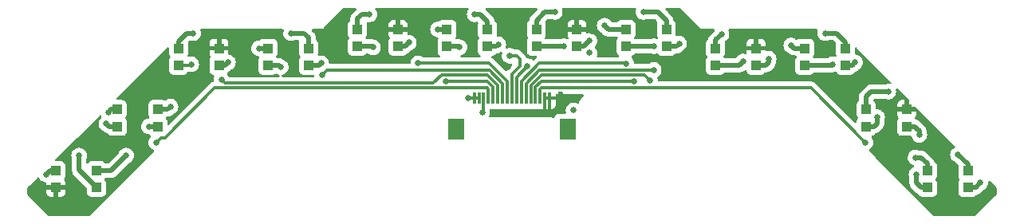
<source format=gbr>
%TF.GenerationSoftware,KiCad,Pcbnew,8.0.4*%
%TF.CreationDate,2024-11-30T14:16:15+01:00*%
%TF.ProjectId,Sensor_PCB,53656e73-6f72-45f5-9043-422e6b696361,rev?*%
%TF.SameCoordinates,Original*%
%TF.FileFunction,Copper,L1,Top*%
%TF.FilePolarity,Positive*%
%FSLAX46Y46*%
G04 Gerber Fmt 4.6, Leading zero omitted, Abs format (unit mm)*
G04 Created by KiCad (PCBNEW 8.0.4) date 2024-11-30 14:16:15*
%MOMM*%
%LPD*%
G01*
G04 APERTURE LIST*
%TA.AperFunction,Conductor*%
%ADD10C,0.200000*%
%TD*%
%TA.AperFunction,SMDPad,CuDef*%
%ADD11R,1.000000X1.000000*%
%TD*%
%TA.AperFunction,SMDPad,CuDef*%
%ADD12R,0.300000X1.300000*%
%TD*%
%TA.AperFunction,SMDPad,CuDef*%
%ADD13R,1.800000X2.200000*%
%TD*%
%TA.AperFunction,ViaPad*%
%ADD14C,0.650000*%
%TD*%
%TA.AperFunction,ViaPad*%
%ADD15C,0.600000*%
%TD*%
%TA.AperFunction,Conductor*%
%ADD16C,0.300000*%
%TD*%
%TA.AperFunction,Conductor*%
%ADD17C,0.500000*%
%TD*%
G04 APERTURE END LIST*
D10*
%TO.N,Net-(C5-Pad1)*%
X96900000Y-50900000D02*
X97100000Y-50900000D01*
%TD*%
D11*
%TO.P,IC1,1*%
%TO.N,+5V*%
X64850000Y-65900001D03*
%TO.P,IC1,2*%
%TO.N,GND*%
X64850000Y-64099999D03*
%TO.P,IC1,3*%
%TO.N,Net-(C3-Pad1)*%
X69150000Y-64099999D03*
%TO.P,IC1,4*%
%TO.N,Net-(IC1-Pad4)*%
X69150000Y-65900001D03*
%TD*%
%TO.P,IC9,1*%
%TO.N,Net-(IC9-Pad1)*%
X110650000Y-49100000D03*
%TO.P,IC9,2*%
%TO.N,GND*%
X110650000Y-50900000D03*
%TO.P,IC9,3*%
%TO.N,Net-(C11-Pad1)*%
X106350000Y-50900000D03*
%TO.P,IC9,4*%
%TO.N,Line_4*%
X106350000Y-49100000D03*
%TD*%
%TO.P,IC3,1*%
%TO.N,+5V*%
X101150000Y-49100000D03*
%TO.P,IC3,2*%
%TO.N,GND*%
X101150000Y-50900000D03*
%TO.P,IC3,3*%
%TO.N,Net-(C5-Pad1)*%
X96850000Y-50900000D03*
%TO.P,IC3,4*%
%TO.N,Net-(IC3-Pad4)*%
X96850000Y-49100000D03*
%TD*%
%TO.P,IC7,1*%
%TO.N,Net-(IC7-Pad1)*%
X71350000Y-59400000D03*
%TO.P,IC7,2*%
%TO.N,GND*%
X71350000Y-57600000D03*
%TO.P,IC7,3*%
%TO.N,Net-(C9-Pad1)*%
X75650000Y-57600000D03*
%TO.P,IC7,4*%
%TO.N,Line_4*%
X75650000Y-59400000D03*
%TD*%
%TO.P,IC10,1*%
%TO.N,Net-(IC10-Pad1)*%
X129650000Y-49100000D03*
%TO.P,IC10,2*%
%TO.N,GND*%
X129650000Y-50900000D03*
%TO.P,IC10,3*%
%TO.N,Net-(C12-Pad1)*%
X125350000Y-50900000D03*
%TO.P,IC10,4*%
%TO.N,Line_4*%
X125350000Y-49100000D03*
%TD*%
%TO.P,IC2,1*%
%TO.N,+5V*%
X82150000Y-51099999D03*
%TO.P,IC2,2*%
%TO.N,GND*%
X82150000Y-52900001D03*
%TO.P,IC2,3*%
%TO.N,Net-(C4-Pad1)*%
X77850000Y-52900001D03*
%TO.P,IC2,4*%
%TO.N,Net-(IC2-Pad4)*%
X77850000Y-51099999D03*
%TD*%
%TO.P,IC6,1*%
%TO.N,+5V*%
X155150000Y-57600000D03*
%TO.P,IC6,2*%
%TO.N,GND*%
X155150000Y-59400000D03*
%TO.P,IC6,3*%
%TO.N,Net-(C8-Pad1)*%
X150850000Y-59400000D03*
%TO.P,IC6,4*%
%TO.N,Net-(IC6-Pad4)*%
X150850000Y-57600000D03*
%TD*%
%TO.P,IC11,1*%
%TO.N,Net-(IC11-Pad1)*%
X148650000Y-51100000D03*
%TO.P,IC11,2*%
%TO.N,GND*%
X148650000Y-52900000D03*
%TO.P,IC11,3*%
%TO.N,Net-(C13-Pad1)*%
X144350000Y-52900000D03*
%TO.P,IC11,4*%
%TO.N,Line_4*%
X144350000Y-51100000D03*
%TD*%
D12*
%TO.P,SENSOR,1,Pin_1*%
%TO.N,GND*%
X109250000Y-56400000D03*
%TO.P,SENSOR,2,Pin_2*%
X109750000Y-56400000D03*
%TO.P,SENSOR,3,Pin_3*%
%TO.N,LED_ON*%
X110250000Y-56400000D03*
%TO.P,SENSOR,4,Pin_4*%
%TO.N,SENSOR1*%
X110750000Y-56400000D03*
%TO.P,SENSOR,5,Pin_5*%
%TO.N,SENSOR2*%
X111250000Y-56400000D03*
%TO.P,SENSOR,6,Pin_6*%
%TO.N,SENSOR3*%
X111750000Y-56400000D03*
%TO.P,SENSOR,7,Pin_7*%
%TO.N,SENSOR4*%
X112250000Y-56400000D03*
%TO.P,SENSOR,8,Pin_8*%
%TO.N,SENSOR5*%
X112750000Y-56400000D03*
%TO.P,SENSOR,9,Pin_9*%
%TO.N,SENSOR6*%
X113250000Y-56400000D03*
%TO.P,SENSOR,10,Pin_10*%
%TO.N,SENSOR7*%
X113750000Y-56400000D03*
%TO.P,SENSOR,11,Pin_11*%
%TO.N,SENSOR8*%
X114250000Y-56400000D03*
%TO.P,SENSOR,12,Pin_12*%
%TO.N,SENSOR9*%
X114750000Y-56400000D03*
%TO.P,SENSOR,13,Pin_13*%
%TO.N,SENSOR10*%
X115250000Y-56400000D03*
%TO.P,SENSOR,14,Pin_14*%
%TO.N,SENSOR11*%
X115750000Y-56400000D03*
%TO.P,SENSOR,15,Pin_15*%
%TO.N,SENSOR12*%
X116250000Y-56400000D03*
%TO.P,SENSOR,16,Pin_16*%
%TO.N,+5V*%
X116750000Y-56400000D03*
%TO.P,SENSOR,17,Pin_17*%
X117250000Y-56400000D03*
D13*
%TO.P,SENSOR,MP*%
%TO.N,N/C*%
X107350000Y-59650000D03*
X119150000Y-59650000D03*
%TD*%
D11*
%TO.P,IC12,1*%
%TO.N,Net-(IC12-Pad1)*%
X161650000Y-64100000D03*
%TO.P,IC12,2*%
%TO.N,GND*%
X161650000Y-65900000D03*
%TO.P,IC12,3*%
%TO.N,Net-(C14-Pad1)*%
X157350000Y-65900000D03*
%TO.P,IC12,4*%
%TO.N,Line_4*%
X157350000Y-64100000D03*
%TD*%
%TO.P,IC4,1*%
%TO.N,+5V*%
X120150000Y-49100000D03*
%TO.P,IC4,2*%
%TO.N,GND*%
X120150000Y-50900000D03*
%TO.P,IC4,3*%
%TO.N,Net-(C6-Pad1)*%
X115850000Y-50900000D03*
%TO.P,IC4,4*%
%TO.N,Net-(IC4-Pad4)*%
X115850000Y-49100000D03*
%TD*%
%TO.P,IC8,1*%
%TO.N,Net-(IC8-Pad1)*%
X91650000Y-51100000D03*
%TO.P,IC8,2*%
%TO.N,GND*%
X91650000Y-52900000D03*
%TO.P,IC8,3*%
%TO.N,Net-(C10-Pad1)*%
X87350000Y-52900000D03*
%TO.P,IC8,4*%
%TO.N,Line_4*%
X87350000Y-51100000D03*
%TD*%
%TO.P,IC5,1*%
%TO.N,+5V*%
X139150000Y-51100000D03*
%TO.P,IC5,2*%
%TO.N,GND*%
X139150000Y-52900000D03*
%TO.P,IC5,3*%
%TO.N,Net-(C7-Pad1)*%
X134850000Y-52900000D03*
%TO.P,IC5,4*%
%TO.N,Net-(IC5-Pad4)*%
X134850000Y-51100000D03*
%TD*%
D14*
%TO.N,+5V*%
X132200000Y-52700000D03*
X117250000Y-57800000D03*
X113600000Y-50000000D03*
D15*
X83400000Y-51300000D03*
D14*
X132300000Y-49000000D03*
X116300000Y-58000000D03*
X112800000Y-53100000D03*
X154800000Y-62100000D03*
X148900000Y-55200000D03*
X94200000Y-49600000D03*
X121700000Y-49300000D03*
D15*
X118400000Y-56000000D03*
X65900000Y-68200000D03*
D14*
%TO.N,GND*%
X163000000Y-65400000D03*
X131000000Y-50600000D03*
X83100000Y-52600000D03*
X102300000Y-50500000D03*
X111800000Y-50700000D03*
X121500000Y-51600000D03*
X156500000Y-60300000D03*
X121500000Y-50300000D03*
X63800000Y-64500000D03*
X140500000Y-52200000D03*
X108625000Y-56400000D03*
X149700000Y-52600000D03*
X93000000Y-52700000D03*
X70400000Y-57900000D03*
%TO.N,Net-(C3-Pad1)*%
X72300000Y-62500000D03*
%TO.N,Net-(C4-Pad1)*%
X79200000Y-52800000D03*
%TO.N,Net-(C5-Pad1)*%
X98500000Y-51000000D03*
%TO.N,Net-(C6-Pad1)*%
X118800000Y-50900000D03*
%TO.N,Net-(C7-Pad1)*%
X137800000Y-52500000D03*
%TO.N,Net-(C8-Pad1)*%
X152014492Y-58414492D03*
%TO.N,Net-(C9-Pad1)*%
X77000000Y-57300000D03*
%TO.N,Net-(C10-Pad1)*%
X88700000Y-53100000D03*
%TO.N,Net-(C11-Pad1)*%
X107700000Y-51000000D03*
%TO.N,Net-(C12-Pad1)*%
X128300000Y-50900000D03*
%TO.N,Net-(C13-Pad1)*%
X147300000Y-52800000D03*
%TO.N,Net-(C14-Pad1)*%
X156200000Y-64500000D03*
%TO.N,Net-(IC1-Pad4)*%
X67300000Y-62500000D03*
%TO.N,Net-(IC3-Pad4)*%
X98100000Y-47500000D03*
%TO.N,Net-(IC5-Pad4)*%
X135500000Y-49600000D03*
%TO.N,Net-(IC8-Pad1)*%
X89800000Y-49500000D03*
%TO.N,Net-(IC10-Pad1)*%
X127200000Y-47250000D03*
%TO.N,Net-(IC12-Pad1)*%
X160600000Y-62400000D03*
%TO.N,SENSOR1*%
X75500000Y-61100000D03*
%TO.N,SENSOR3*%
X82400000Y-54400000D03*
%TO.N,SENSOR5*%
X103300000Y-52700000D03*
%TO.N,SENSOR7*%
X114900000Y-53000000D03*
%TO.N,SENSOR9*%
X128300000Y-53400000D03*
%TO.N,SENSOR11*%
X126200000Y-54600000D03*
%TO.N,SENSOR2*%
X106200000Y-54600000D03*
%TO.N,SENSOR4*%
X93100000Y-53900000D03*
%TO.N,SENSOR6*%
X113000000Y-51900000D03*
%TO.N,SENSOR8*%
X125400000Y-52706980D03*
%TO.N,SENSOR10*%
X127900000Y-54500000D03*
%TO.N,SENSOR12*%
X150800000Y-61100000D03*
%TO.N,LED_ON*%
X110100000Y-57900000D03*
%TO.N,Net-(IC2-Pad4)*%
X79400000Y-49500000D03*
%TO.N,Net-(IC4-Pad4)*%
X117800000Y-47250000D03*
%TO.N,Net-(IC6-Pad4)*%
X153200000Y-55700000D03*
%TO.N,Net-(IC7-Pad1)*%
X70200000Y-59100000D03*
%TO.N,Net-(IC9-Pad1)*%
X109300000Y-47500000D03*
%TO.N,Net-(IC11-Pad1)*%
X146500000Y-49500000D03*
%TO.N,Line_4*%
X142900000Y-50800000D03*
X156100000Y-62700000D03*
X86400000Y-51100000D03*
X74700000Y-59400000D03*
X119800000Y-57700000D03*
X123100000Y-48700000D03*
X105400000Y-49100000D03*
%TD*%
D16*
%TO.N,+5V*%
X116750000Y-57550000D02*
X116300000Y-58000000D01*
X116750000Y-56400000D02*
X116750000Y-57550000D01*
X117250000Y-56400000D02*
X116750000Y-56400000D01*
X117250000Y-57800000D02*
X117250000Y-56400000D01*
X117800000Y-57800000D02*
X118400000Y-57200000D01*
X117250000Y-57800000D02*
X117800000Y-57800000D01*
X118400000Y-57200000D02*
X118400000Y-56000000D01*
%TO.N,GND*%
X108625000Y-56400000D02*
X109250000Y-56400000D01*
D17*
X156000000Y-59400000D02*
X156300000Y-59700000D01*
X102300000Y-50500000D02*
X101900000Y-50900000D01*
X91650000Y-52900000D02*
X92800000Y-52900000D01*
X70400000Y-57910660D02*
X70405330Y-57905330D01*
X148650000Y-52900000D02*
X149400000Y-52900000D01*
X70410660Y-57900000D02*
X70400000Y-57900000D01*
X155150000Y-59400000D02*
X156000000Y-59400000D01*
X161650000Y-65900000D02*
X162500000Y-65900000D01*
X101900000Y-50900000D02*
X101150000Y-50900000D01*
X140200000Y-52900000D02*
X140500000Y-52600000D01*
X120900000Y-50900000D02*
X120150000Y-50900000D01*
X64850000Y-64099999D02*
X64210661Y-64099999D01*
X156300000Y-59700000D02*
X156500000Y-59900000D01*
X63800000Y-64510660D02*
X63755330Y-64555330D01*
X129650000Y-50900000D02*
X130700000Y-50900000D01*
X130700000Y-50900000D02*
X131000000Y-50600000D01*
X64210661Y-64099999D02*
X63810660Y-64500000D01*
X139150000Y-52900000D02*
X140200000Y-52900000D01*
X140500000Y-52600000D02*
X140500000Y-52200000D01*
X149400000Y-52900000D02*
X149700000Y-52600000D01*
X92800000Y-52900000D02*
X93000000Y-52700000D01*
X121500000Y-50300000D02*
X120900000Y-50900000D01*
X63800000Y-64500000D02*
X63800000Y-64510660D01*
X111600000Y-50900000D02*
X111800000Y-50700000D01*
X63810660Y-64500000D02*
X63800000Y-64500000D01*
D16*
X109250000Y-56400000D02*
X109750000Y-56400000D01*
D17*
X70400000Y-57900000D02*
X70400000Y-57910660D01*
X156500000Y-59900000D02*
X156500000Y-60300000D01*
X110650000Y-50900000D02*
X111600000Y-50900000D01*
X82150000Y-52900001D02*
X82799999Y-52900001D01*
X162500000Y-65900000D02*
X163000000Y-65400000D01*
X71350000Y-57600000D02*
X70710660Y-57600000D01*
X70710660Y-57600000D02*
X70410660Y-57900000D01*
X82799999Y-52900001D02*
X83100000Y-52600000D01*
%TO.N,Net-(C3-Pad1)*%
X69150000Y-64099999D02*
X70700001Y-64099999D01*
X70700001Y-64099999D02*
X72300000Y-62500000D01*
D16*
%TO.N,Net-(C4-Pad1)*%
X77850000Y-52900001D02*
X79099999Y-52900001D01*
X79099999Y-52900001D02*
X79200000Y-52800000D01*
D17*
%TO.N,Net-(C5-Pad1)*%
X97100000Y-50900000D02*
X98400000Y-50900000D01*
X98400000Y-50900000D02*
X98500000Y-51000000D01*
%TO.N,Net-(C6-Pad1)*%
X115850000Y-50900000D02*
X118800000Y-50900000D01*
%TO.N,Net-(C7-Pad1)*%
X134850000Y-52900000D02*
X137400000Y-52900000D01*
X137400000Y-52900000D02*
X137800000Y-52500000D01*
%TO.N,Net-(C8-Pad1)*%
X152014492Y-58414492D02*
X152014492Y-59085508D01*
X152014492Y-59085508D02*
X151700000Y-59400000D01*
X151700000Y-59400000D02*
X150850000Y-59400000D01*
%TO.N,Net-(C9-Pad1)*%
X75650000Y-57600000D02*
X76700000Y-57600000D01*
X76700000Y-57600000D02*
X77000000Y-57300000D01*
%TO.N,Net-(C10-Pad1)*%
X87350000Y-52900000D02*
X88500000Y-52900000D01*
X88500000Y-52900000D02*
X88700000Y-53100000D01*
%TO.N,Net-(C11-Pad1)*%
X107600000Y-50900000D02*
X107700000Y-51000000D01*
X106350000Y-50900000D02*
X107600000Y-50900000D01*
%TO.N,Net-(C12-Pad1)*%
X125350000Y-50900000D02*
X128300000Y-50900000D01*
%TO.N,Net-(C13-Pad1)*%
X147200000Y-52900000D02*
X147300000Y-52800000D01*
X144350000Y-52900000D02*
X147200000Y-52900000D01*
%TO.N,Net-(C14-Pad1)*%
X156200000Y-65400000D02*
X156200000Y-64500000D01*
X156700000Y-65900000D02*
X156200000Y-65400000D01*
X157350000Y-65900000D02*
X156700000Y-65900000D01*
%TO.N,Net-(IC1-Pad4)*%
X67300000Y-62500000D02*
X67300000Y-64050001D01*
X67300000Y-64050001D02*
X69150000Y-65900001D01*
%TO.N,Net-(IC3-Pad4)*%
X96850000Y-47950000D02*
X96850000Y-49100000D01*
X98100000Y-47500000D02*
X97300000Y-47500000D01*
X97300000Y-47500000D02*
X96850000Y-47950000D01*
%TO.N,Net-(IC5-Pad4)*%
X134850000Y-51100000D02*
X134850000Y-50250000D01*
X134850000Y-50250000D02*
X135500000Y-49600000D01*
%TO.N,Net-(IC8-Pad1)*%
X89800000Y-49500000D02*
X91200000Y-49500000D01*
X91650000Y-49950000D02*
X91650000Y-51100000D01*
X91200000Y-49500000D02*
X91650000Y-49950000D01*
%TO.N,Net-(IC10-Pad1)*%
X129650000Y-48150000D02*
X129650000Y-49100000D01*
X127200000Y-47250000D02*
X128750000Y-47250000D01*
X128750000Y-47250000D02*
X129650000Y-48150000D01*
%TO.N,Net-(IC12-Pad1)*%
X161650000Y-64100000D02*
X161650000Y-63450000D01*
X161650000Y-63450000D02*
X160600000Y-62400000D01*
D16*
%TO.N,SENSOR1*%
X76000000Y-60600000D02*
X76400000Y-60600000D01*
X110750000Y-55450000D02*
X110750000Y-56400000D01*
X75500000Y-61100000D02*
X76000000Y-60600000D01*
X76400000Y-60600000D02*
X81700000Y-55300000D01*
X110600000Y-55300000D02*
X110750000Y-55450000D01*
X81700000Y-55300000D02*
X110600000Y-55300000D01*
%TO.N,SENSOR3*%
X110639214Y-53925000D02*
X105775000Y-53925000D01*
X111750000Y-56400000D02*
X111750000Y-55035786D01*
X111750000Y-55035786D02*
X110639214Y-53925000D01*
X105775000Y-53925000D02*
X104900000Y-54800000D01*
X104900000Y-54800000D02*
X82800000Y-54800000D01*
X82800000Y-54800000D02*
X82400000Y-54400000D01*
%TO.N,SENSOR5*%
X110828427Y-52700000D02*
X103300000Y-52700000D01*
X112750000Y-56400000D02*
X112750000Y-54621573D01*
X103300000Y-52700000D02*
X103200000Y-52700000D01*
X112750000Y-54621573D02*
X110828427Y-52700000D01*
%TO.N,SENSOR7*%
X114900000Y-53000000D02*
X113750000Y-54150000D01*
X113750000Y-54150000D02*
X113750000Y-56400000D01*
%TO.N,SENSOR9*%
X128275000Y-53425000D02*
X128300000Y-53400000D01*
X116153679Y-53425000D02*
X128275000Y-53425000D01*
X114750000Y-54828679D02*
X116153679Y-53425000D01*
X114750000Y-56400000D02*
X114750000Y-54828679D01*
X128300000Y-53400000D02*
X128325000Y-53425000D01*
%TO.N,SENSOR11*%
X115750000Y-55242893D02*
X115750000Y-56400000D01*
X126200000Y-54600000D02*
X116392893Y-54600000D01*
X116392893Y-54600000D02*
X115750000Y-55242893D01*
%TO.N,SENSOR2*%
X110607107Y-54600000D02*
X111250000Y-55242893D01*
X111250000Y-55242893D02*
X111250000Y-56400000D01*
X106200000Y-54600000D02*
X110607107Y-54600000D01*
%TO.N,SENSOR4*%
X93575000Y-53425000D02*
X110846321Y-53425000D01*
X110846321Y-53425000D02*
X112250000Y-54828679D01*
X93100000Y-53900000D02*
X93575000Y-53425000D01*
X112250000Y-54828679D02*
X112250000Y-56400000D01*
%TO.N,SENSOR6*%
X113250000Y-53850000D02*
X113800000Y-53300000D01*
X113800000Y-51900000D02*
X113000000Y-51900000D01*
X114100000Y-52200000D02*
X113800000Y-51900000D01*
X113800000Y-53300000D02*
X114100000Y-53000000D01*
X113250000Y-56400000D02*
X113250000Y-53850000D01*
X114100000Y-52600000D02*
X114100000Y-52200000D01*
X114100000Y-53000000D02*
X114100000Y-52600000D01*
%TO.N,SENSOR8*%
X116171573Y-52700000D02*
X114250000Y-54621573D01*
X114250000Y-54621573D02*
X114250000Y-56400000D01*
X125393020Y-52700000D02*
X116171573Y-52700000D01*
X125400000Y-52706980D02*
X125393020Y-52700000D01*
%TO.N,SENSOR10*%
X116360786Y-53925000D02*
X115250000Y-55035786D01*
X115250000Y-55035786D02*
X115250000Y-56400000D01*
X127900000Y-54500000D02*
X127325000Y-53925000D01*
X127325000Y-53925000D02*
X116360786Y-53925000D01*
%TO.N,SENSOR12*%
X116250000Y-55450000D02*
X116400000Y-55300000D01*
X116400000Y-55300000D02*
X145000000Y-55300000D01*
X116250000Y-56400000D02*
X116250000Y-55450000D01*
X145000000Y-55300000D02*
X150800000Y-61100000D01*
%TO.N,LED_ON*%
X110250000Y-57750000D02*
X110100000Y-57900000D01*
X110250000Y-56400000D02*
X110250000Y-57750000D01*
D17*
%TO.N,Net-(IC2-Pad4)*%
X77850000Y-50350000D02*
X78700000Y-49500000D01*
X78700000Y-49500000D02*
X79400000Y-49500000D01*
X77850000Y-51099999D02*
X77850000Y-50350000D01*
%TO.N,Net-(IC4-Pad4)*%
X115850000Y-48150000D02*
X115850000Y-49100000D01*
X116750000Y-47250000D02*
X115850000Y-48150000D01*
X117800000Y-47250000D02*
X116750000Y-47250000D01*
%TO.N,Net-(IC6-Pad4)*%
X150850000Y-57600000D02*
X150850000Y-56250000D01*
X151400000Y-55700000D02*
X153200000Y-55700000D01*
X150850000Y-56250000D02*
X151400000Y-55700000D01*
%TO.N,Net-(IC7-Pad1)*%
X70200000Y-59100000D02*
X70500000Y-59400000D01*
X70500000Y-59400000D02*
X71350000Y-59400000D01*
%TO.N,Net-(IC9-Pad1)*%
X110650000Y-49100000D02*
X110650000Y-48250000D01*
X110650000Y-48250000D02*
X109900000Y-47500000D01*
X109900000Y-47500000D02*
X109300000Y-47500000D01*
%TO.N,Net-(IC11-Pad1)*%
X148650000Y-51100000D02*
X148650000Y-50450000D01*
X148650000Y-50450000D02*
X147700000Y-49500000D01*
X146500000Y-49500000D02*
X146600000Y-49500000D01*
X147700000Y-49500000D02*
X146500000Y-49500000D01*
%TO.N,Line_4*%
X75650000Y-59400000D02*
X74700000Y-59400000D01*
X87350000Y-51100000D02*
X86400000Y-51100000D01*
X143200000Y-51100000D02*
X142900000Y-50800000D01*
X124100000Y-49100000D02*
X123500000Y-49100000D01*
X106350000Y-49100000D02*
X105400000Y-49100000D01*
X157350000Y-64100000D02*
X157350000Y-63350000D01*
X157350000Y-63350000D02*
X156700000Y-62700000D01*
X156700000Y-62700000D02*
X156100000Y-62700000D01*
X144350000Y-51100000D02*
X143200000Y-51100000D01*
X123500000Y-49100000D02*
X123100000Y-48700000D01*
X125350000Y-49100000D02*
X124100000Y-49100000D01*
%TD*%
%TA.AperFunction,Conductor*%
%TO.N,+5V*%
G36*
X88974437Y-49070185D02*
G01*
X89020192Y-49122989D01*
X89030136Y-49192147D01*
X89025329Y-49212817D01*
X89009222Y-49262392D01*
X88988092Y-49327424D01*
X88969953Y-49500000D01*
X88988092Y-49672576D01*
X88988093Y-49672579D01*
X89041712Y-49837608D01*
X89084130Y-49911077D01*
X89125745Y-49983156D01*
X89128477Y-49987887D01*
X89128476Y-49987887D01*
X89240328Y-50112111D01*
X89244590Y-50116845D01*
X89353029Y-50195631D01*
X89384976Y-50218842D01*
X89543495Y-50289420D01*
X89543501Y-50289422D01*
X89713236Y-50325500D01*
X89713237Y-50325500D01*
X89886762Y-50325500D01*
X89886764Y-50325500D01*
X90056499Y-50289422D01*
X90103870Y-50268331D01*
X90119842Y-50261220D01*
X90170277Y-50250500D01*
X90567582Y-50250500D01*
X90634621Y-50270185D01*
X90680376Y-50322989D01*
X90690320Y-50392147D01*
X90683764Y-50417833D01*
X90655908Y-50492517D01*
X90649501Y-50552116D01*
X90649501Y-50552123D01*
X90649500Y-50552135D01*
X90649500Y-51647870D01*
X90649501Y-51647876D01*
X90655908Y-51707483D01*
X90706202Y-51842328D01*
X90706203Y-51842330D01*
X90730286Y-51874500D01*
X90768604Y-51925687D01*
X90768606Y-51925689D01*
X90793023Y-51991153D01*
X90778172Y-52059426D01*
X90768606Y-52074309D01*
X90760710Y-52084859D01*
X90706203Y-52157669D01*
X90706202Y-52157671D01*
X90655908Y-52292517D01*
X90649501Y-52352116D01*
X90649500Y-52352135D01*
X90649500Y-53447870D01*
X90649501Y-53447876D01*
X90655908Y-53507483D01*
X90706202Y-53642328D01*
X90706206Y-53642335D01*
X90792452Y-53757544D01*
X90792455Y-53757547D01*
X90907664Y-53843793D01*
X90907671Y-53843797D01*
X91042517Y-53894091D01*
X91042516Y-53894091D01*
X91049444Y-53894835D01*
X91102127Y-53900500D01*
X92158355Y-53900499D01*
X92225394Y-53920183D01*
X92271149Y-53972987D01*
X92281666Y-54011441D01*
X92281771Y-54012443D01*
X92269256Y-54081182D01*
X92221564Y-54132243D01*
X92158461Y-54149500D01*
X88912707Y-54149500D01*
X88845668Y-54129815D01*
X88799913Y-54077011D01*
X88789969Y-54007853D01*
X88818994Y-53944297D01*
X88877772Y-53906523D01*
X88886926Y-53904210D01*
X88956499Y-53889422D01*
X88956501Y-53889420D01*
X88956504Y-53889420D01*
X89058983Y-53843793D01*
X89115024Y-53818842D01*
X89255410Y-53716845D01*
X89371522Y-53587889D01*
X89458286Y-53437611D01*
X89511908Y-53272576D01*
X89530047Y-53100000D01*
X89511908Y-52927424D01*
X89468792Y-52794724D01*
X89458287Y-52762391D01*
X89439906Y-52730554D01*
X89371522Y-52612111D01*
X89355029Y-52593793D01*
X89255411Y-52483156D01*
X89115023Y-52381157D01*
X89002462Y-52331041D01*
X88984001Y-52319652D01*
X88983481Y-52320432D01*
X88878818Y-52250499D01*
X88878817Y-52250499D01*
X88855495Y-52234916D01*
X88855488Y-52234912D01*
X88718917Y-52178343D01*
X88718907Y-52178340D01*
X88573920Y-52149500D01*
X88573918Y-52149500D01*
X88349751Y-52149500D01*
X88282712Y-52129815D01*
X88250484Y-52099811D01*
X88231394Y-52074310D01*
X88206977Y-52008846D01*
X88221829Y-51940573D01*
X88231394Y-51925689D01*
X88293796Y-51842331D01*
X88344091Y-51707483D01*
X88350500Y-51647873D01*
X88350499Y-50552128D01*
X88344091Y-50492517D01*
X88341088Y-50484466D01*
X88293797Y-50357671D01*
X88293793Y-50357664D01*
X88207547Y-50242455D01*
X88207544Y-50242452D01*
X88092335Y-50156206D01*
X88092328Y-50156202D01*
X87957482Y-50105908D01*
X87957483Y-50105908D01*
X87897883Y-50099501D01*
X87897881Y-50099500D01*
X87897873Y-50099500D01*
X87897864Y-50099500D01*
X86802129Y-50099500D01*
X86802123Y-50099501D01*
X86742516Y-50105908D01*
X86607671Y-50156202D01*
X86607664Y-50156206D01*
X86485355Y-50247768D01*
X86483560Y-50245370D01*
X86435404Y-50271666D01*
X86409046Y-50274500D01*
X86313236Y-50274500D01*
X86283483Y-50280824D01*
X86143501Y-50310577D01*
X86143496Y-50310579D01*
X85984977Y-50381157D01*
X85984972Y-50381160D01*
X85844591Y-50483153D01*
X85844589Y-50483155D01*
X85728477Y-50612112D01*
X85641712Y-50762391D01*
X85591529Y-50916845D01*
X85588092Y-50927424D01*
X85569953Y-51100000D01*
X85588092Y-51272576D01*
X85588093Y-51272579D01*
X85641712Y-51437608D01*
X85688613Y-51518842D01*
X85725745Y-51583156D01*
X85728477Y-51587887D01*
X85728476Y-51587887D01*
X85840328Y-51712111D01*
X85844590Y-51716845D01*
X85973600Y-51810577D01*
X85984976Y-51818842D01*
X86143495Y-51889420D01*
X86143501Y-51889422D01*
X86313236Y-51925500D01*
X86332283Y-51925500D01*
X86399322Y-51945185D01*
X86445077Y-51997989D01*
X86455021Y-52067147D01*
X86431550Y-52123811D01*
X86406204Y-52157668D01*
X86406202Y-52157671D01*
X86355908Y-52292517D01*
X86349501Y-52352116D01*
X86349500Y-52352135D01*
X86349500Y-53447870D01*
X86349501Y-53447876D01*
X86355908Y-53507483D01*
X86406202Y-53642328D01*
X86406206Y-53642335D01*
X86492452Y-53757544D01*
X86492455Y-53757547D01*
X86607664Y-53843793D01*
X86607671Y-53843797D01*
X86742517Y-53894091D01*
X86742516Y-53894091D01*
X86749444Y-53894835D01*
X86802127Y-53900500D01*
X87897872Y-53900499D01*
X87957483Y-53894091D01*
X87971109Y-53889009D01*
X88092329Y-53843797D01*
X88092329Y-53843796D01*
X88092331Y-53843796D01*
X88130918Y-53814909D01*
X88196380Y-53790491D01*
X88264653Y-53805341D01*
X88278115Y-53813857D01*
X88284976Y-53818842D01*
X88443495Y-53889420D01*
X88443501Y-53889422D01*
X88495619Y-53900500D01*
X88513074Y-53904210D01*
X88574556Y-53937402D01*
X88608332Y-53998565D01*
X88603680Y-54068280D01*
X88562075Y-54124412D01*
X88496728Y-54149141D01*
X88487293Y-54149500D01*
X83276681Y-54149500D01*
X83209642Y-54129815D01*
X83163887Y-54077011D01*
X83158749Y-54063814D01*
X83158286Y-54062390D01*
X83158286Y-54062389D01*
X83071522Y-53912111D01*
X83041585Y-53878863D01*
X83011356Y-53815873D01*
X83019981Y-53746538D01*
X83034466Y-53721585D01*
X83093796Y-53642332D01*
X83098034Y-53630968D01*
X83139902Y-53575035D01*
X83154583Y-53565693D01*
X83155491Y-53565086D01*
X83155494Y-53565085D01*
X83214737Y-53525500D01*
X83278415Y-53482953D01*
X83368091Y-53393275D01*
X83405338Y-53367677D01*
X83515022Y-53318843D01*
X83515022Y-53318842D01*
X83515024Y-53318842D01*
X83655410Y-53216845D01*
X83771522Y-53087889D01*
X83858286Y-52937611D01*
X83911908Y-52772576D01*
X83930047Y-52600000D01*
X83911908Y-52427424D01*
X83868075Y-52292517D01*
X83858287Y-52262391D01*
X83843980Y-52237611D01*
X83771522Y-52112111D01*
X83731037Y-52067147D01*
X83655411Y-51983156D01*
X83650405Y-51979519D01*
X83546831Y-51904267D01*
X83515023Y-51881157D01*
X83356504Y-51810579D01*
X83356498Y-51810577D01*
X83246979Y-51787299D01*
X83185497Y-51754107D01*
X83151721Y-51692944D01*
X83149471Y-51652750D01*
X83149999Y-51647835D01*
X83150000Y-51647826D01*
X83150000Y-51349999D01*
X81150000Y-51349999D01*
X81150000Y-51647843D01*
X81156401Y-51707371D01*
X81156403Y-51707378D01*
X81206645Y-51842085D01*
X81206647Y-51842088D01*
X81268918Y-51925272D01*
X81293335Y-51990737D01*
X81278483Y-52059010D01*
X81268918Y-52073893D01*
X81206206Y-52157666D01*
X81206202Y-52157672D01*
X81155908Y-52292518D01*
X81149501Y-52352117D01*
X81149500Y-52352136D01*
X81149500Y-53447871D01*
X81149501Y-53447877D01*
X81155908Y-53507484D01*
X81206202Y-53642329D01*
X81206206Y-53642336D01*
X81292452Y-53757545D01*
X81292455Y-53757548D01*
X81407664Y-53843794D01*
X81407671Y-53843798D01*
X81542517Y-53894092D01*
X81550062Y-53895875D01*
X81549568Y-53897963D01*
X81603964Y-53920490D01*
X81643817Y-53977879D01*
X81646317Y-54047704D01*
X81643400Y-54056103D01*
X81643722Y-54056208D01*
X81609223Y-54162389D01*
X81588092Y-54227424D01*
X81569953Y-54400000D01*
X81585431Y-54547264D01*
X81572863Y-54615992D01*
X81525131Y-54667016D01*
X81509564Y-54674785D01*
X81391875Y-54723533D01*
X81285326Y-54794726D01*
X81285325Y-54794727D01*
X76862180Y-59217873D01*
X76800857Y-59251358D01*
X76731165Y-59246374D01*
X76675232Y-59204502D01*
X76650815Y-59139038D01*
X76650499Y-59130192D01*
X76650499Y-58852129D01*
X76650498Y-58852123D01*
X76650497Y-58852116D01*
X76644091Y-58792517D01*
X76640599Y-58783155D01*
X76593797Y-58657671D01*
X76593796Y-58657669D01*
X76540944Y-58587068D01*
X76531393Y-58574310D01*
X76506977Y-58508847D01*
X76521828Y-58440574D01*
X76531396Y-58425687D01*
X76550486Y-58400187D01*
X76606420Y-58358317D01*
X76649751Y-58350500D01*
X76773920Y-58350500D01*
X76871462Y-58331096D01*
X76918913Y-58321658D01*
X77055495Y-58265084D01*
X77104729Y-58232186D01*
X77178416Y-58182952D01*
X77268091Y-58093275D01*
X77305338Y-58067677D01*
X77415022Y-58018843D01*
X77415022Y-58018842D01*
X77415024Y-58018842D01*
X77555410Y-57916845D01*
X77671522Y-57787889D01*
X77758286Y-57637611D01*
X77811908Y-57472576D01*
X77830047Y-57300000D01*
X77811908Y-57127424D01*
X77768111Y-56992627D01*
X77758287Y-56962391D01*
X77728373Y-56910579D01*
X77671522Y-56812111D01*
X77664323Y-56804115D01*
X77555411Y-56683156D01*
X77518312Y-56656202D01*
X77449089Y-56605908D01*
X77415023Y-56581157D01*
X77256504Y-56510579D01*
X77256498Y-56510577D01*
X77122841Y-56482168D01*
X77086764Y-56474500D01*
X76913236Y-56474500D01*
X76883483Y-56480824D01*
X76743501Y-56510577D01*
X76743496Y-56510579D01*
X76584977Y-56581157D01*
X76584972Y-56581160D01*
X76505225Y-56639100D01*
X76439418Y-56662580D01*
X76389007Y-56654964D01*
X76257482Y-56605908D01*
X76257483Y-56605908D01*
X76197883Y-56599501D01*
X76197881Y-56599500D01*
X76197873Y-56599500D01*
X76197864Y-56599500D01*
X75102129Y-56599500D01*
X75102123Y-56599501D01*
X75042516Y-56605908D01*
X74907671Y-56656202D01*
X74907664Y-56656206D01*
X74792455Y-56742452D01*
X74792452Y-56742455D01*
X74706206Y-56857664D01*
X74706202Y-56857671D01*
X74655908Y-56992517D01*
X74650290Y-57044780D01*
X74649501Y-57052123D01*
X74649500Y-57052135D01*
X74649500Y-58147870D01*
X74649501Y-58147876D01*
X74655908Y-58207483D01*
X74706202Y-58342328D01*
X74706204Y-58342331D01*
X74731550Y-58376189D01*
X74755967Y-58441654D01*
X74741115Y-58509926D01*
X74691710Y-58559332D01*
X74632283Y-58574500D01*
X74613236Y-58574500D01*
X74583483Y-58580824D01*
X74443501Y-58610577D01*
X74443496Y-58610579D01*
X74284977Y-58681157D01*
X74284972Y-58681160D01*
X74144591Y-58783153D01*
X74144589Y-58783155D01*
X74028477Y-58912112D01*
X73941712Y-59062391D01*
X73891195Y-59217873D01*
X73888092Y-59227424D01*
X73869953Y-59400000D01*
X73888092Y-59572576D01*
X73888093Y-59572579D01*
X73941712Y-59737608D01*
X73988613Y-59818842D01*
X74016808Y-59867677D01*
X74028477Y-59887887D01*
X74028476Y-59887887D01*
X74136160Y-60007482D01*
X74144590Y-60016845D01*
X74228996Y-60078170D01*
X74284976Y-60118842D01*
X74443495Y-60189420D01*
X74443501Y-60189422D01*
X74613236Y-60225500D01*
X74709046Y-60225500D01*
X74776085Y-60245185D01*
X74785156Y-60252495D01*
X74785355Y-60252231D01*
X74792452Y-60257544D01*
X74792454Y-60257546D01*
X74896004Y-60335064D01*
X74937875Y-60390997D01*
X74942859Y-60460689D01*
X74913844Y-60517301D01*
X74828476Y-60612112D01*
X74741712Y-60762391D01*
X74688093Y-60927420D01*
X74688092Y-60927424D01*
X74669953Y-61100000D01*
X74688092Y-61272576D01*
X74688093Y-61272579D01*
X74741712Y-61437608D01*
X74828477Y-61587887D01*
X74828476Y-61587887D01*
X74906463Y-61674500D01*
X74944590Y-61716845D01*
X75084976Y-61818842D01*
X75211602Y-61875220D01*
X75264839Y-61920470D01*
X75285160Y-61987319D01*
X75266115Y-62054543D01*
X75248847Y-62076180D01*
X68411848Y-68913181D01*
X68350525Y-68946666D01*
X68324167Y-68949500D01*
X64175833Y-68949500D01*
X64108794Y-68929815D01*
X64088152Y-68913181D01*
X61990461Y-66815490D01*
X61990460Y-66815488D01*
X61966789Y-66791816D01*
X61958619Y-66782802D01*
X61875697Y-66681762D01*
X61862195Y-66661556D01*
X61803455Y-66551661D01*
X61794162Y-66529226D01*
X61769475Y-66447845D01*
X63850000Y-66447845D01*
X63856401Y-66507373D01*
X63856403Y-66507380D01*
X63906645Y-66642087D01*
X63906649Y-66642094D01*
X63992809Y-66757188D01*
X63992812Y-66757191D01*
X64107906Y-66843351D01*
X64107913Y-66843355D01*
X64242620Y-66893597D01*
X64242627Y-66893599D01*
X64302155Y-66900000D01*
X64302172Y-66900001D01*
X64600000Y-66900001D01*
X65100000Y-66900001D01*
X65397828Y-66900001D01*
X65397844Y-66900000D01*
X65457372Y-66893599D01*
X65457379Y-66893597D01*
X65592086Y-66843355D01*
X65592093Y-66843351D01*
X65707187Y-66757191D01*
X65707190Y-66757188D01*
X65793350Y-66642094D01*
X65793354Y-66642087D01*
X65843596Y-66507380D01*
X65843598Y-66507373D01*
X65849999Y-66447845D01*
X65850000Y-66447828D01*
X65850000Y-66150001D01*
X65100000Y-66150001D01*
X65100000Y-66900001D01*
X64600000Y-66900001D01*
X64600000Y-66150001D01*
X63850000Y-66150001D01*
X63850000Y-66447845D01*
X61769475Y-66447845D01*
X61757989Y-66409982D01*
X61753249Y-66386147D01*
X61741037Y-66262154D01*
X61741037Y-66237846D01*
X61753249Y-66113852D01*
X61757989Y-66090019D01*
X61794163Y-65970770D01*
X61803453Y-65948341D01*
X61862198Y-65838438D01*
X61875692Y-65818243D01*
X61958627Y-65717188D01*
X61966791Y-65708181D01*
X61996137Y-65678834D01*
X61996136Y-65678834D01*
X61996140Y-65678831D01*
X62852648Y-64822321D01*
X62913969Y-64788838D01*
X62983660Y-64793822D01*
X63039594Y-64835694D01*
X63047713Y-64848001D01*
X63128478Y-64987889D01*
X63244590Y-65116845D01*
X63317754Y-65170002D01*
X63384976Y-65218842D01*
X63543495Y-65289420D01*
X63543501Y-65289422D01*
X63713236Y-65325500D01*
X63713237Y-65325500D01*
X63726000Y-65325500D01*
X63793039Y-65345185D01*
X63838794Y-65397989D01*
X63850000Y-65449500D01*
X63850000Y-65650001D01*
X65850000Y-65650001D01*
X65850000Y-65352173D01*
X65849999Y-65352156D01*
X65843598Y-65292628D01*
X65843596Y-65292621D01*
X65793354Y-65157914D01*
X65793352Y-65157911D01*
X65731081Y-65074727D01*
X65706664Y-65009262D01*
X65721516Y-64940990D01*
X65731077Y-64926111D01*
X65793796Y-64842330D01*
X65844091Y-64707482D01*
X65850500Y-64647872D01*
X65850499Y-63552127D01*
X65844091Y-63492516D01*
X65842936Y-63489420D01*
X65793797Y-63357670D01*
X65793793Y-63357663D01*
X65707547Y-63242454D01*
X65707544Y-63242451D01*
X65592335Y-63156205D01*
X65592328Y-63156201D01*
X65457482Y-63105907D01*
X65457483Y-63105907D01*
X65397883Y-63099500D01*
X65397881Y-63099499D01*
X65397873Y-63099499D01*
X65397865Y-63099499D01*
X64874833Y-63099499D01*
X64807794Y-63079814D01*
X64762039Y-63027010D01*
X64752095Y-62957852D01*
X64781120Y-62894296D01*
X64787152Y-62887818D01*
X65174970Y-62500000D01*
X66469953Y-62500000D01*
X66488092Y-62672576D01*
X66488093Y-62672579D01*
X66543431Y-62842897D01*
X66549500Y-62881214D01*
X66549500Y-64123919D01*
X66549500Y-64123921D01*
X66549499Y-64123921D01*
X66578340Y-64268908D01*
X66578343Y-64268918D01*
X66634914Y-64405494D01*
X66634915Y-64405496D01*
X66648670Y-64426082D01*
X66717046Y-64528415D01*
X66717052Y-64528422D01*
X68113181Y-65924549D01*
X68146666Y-65985872D01*
X68149500Y-66012230D01*
X68149500Y-66447871D01*
X68149501Y-66447877D01*
X68155908Y-66507484D01*
X68206202Y-66642329D01*
X68206206Y-66642336D01*
X68292452Y-66757545D01*
X68292455Y-66757548D01*
X68407664Y-66843794D01*
X68407671Y-66843798D01*
X68542517Y-66894092D01*
X68542516Y-66894092D01*
X68549444Y-66894836D01*
X68602127Y-66900501D01*
X69697872Y-66900500D01*
X69757483Y-66894092D01*
X69892331Y-66843797D01*
X70007546Y-66757547D01*
X70093796Y-66642332D01*
X70144091Y-66507484D01*
X70150500Y-66447874D01*
X70150499Y-65352129D01*
X70144091Y-65292518D01*
X70144090Y-65292516D01*
X70093797Y-65157672D01*
X70093793Y-65157665D01*
X70031394Y-65074311D01*
X70006976Y-65008847D01*
X70021827Y-64940574D01*
X70031395Y-64925687D01*
X70050486Y-64900186D01*
X70106421Y-64858316D01*
X70149751Y-64850499D01*
X70773921Y-64850499D01*
X70871463Y-64831095D01*
X70918914Y-64821657D01*
X71055496Y-64765083D01*
X71108642Y-64729572D01*
X71178417Y-64682951D01*
X72568091Y-63293274D01*
X72605335Y-63267678D01*
X72715020Y-63218844D01*
X72715020Y-63218843D01*
X72715024Y-63218842D01*
X72855410Y-63116845D01*
X72971522Y-62987889D01*
X73058286Y-62837611D01*
X73111908Y-62672576D01*
X73130047Y-62500000D01*
X73111908Y-62327424D01*
X73065707Y-62185228D01*
X73058287Y-62162391D01*
X73058285Y-62162388D01*
X72971522Y-62012111D01*
X72889009Y-61920470D01*
X72855411Y-61883156D01*
X72855284Y-61883064D01*
X72715024Y-61781158D01*
X72715023Y-61781157D01*
X72556504Y-61710579D01*
X72556498Y-61710577D01*
X72418088Y-61681158D01*
X72386764Y-61674500D01*
X72213236Y-61674500D01*
X72183483Y-61680824D01*
X72043501Y-61710577D01*
X72043496Y-61710579D01*
X71884977Y-61781157D01*
X71884972Y-61781160D01*
X71744591Y-61883153D01*
X71744589Y-61883155D01*
X71628477Y-62012112D01*
X71541714Y-62162388D01*
X71541710Y-62162396D01*
X71534292Y-62185228D01*
X71504043Y-62234588D01*
X70425452Y-63313180D01*
X70364129Y-63346665D01*
X70337771Y-63349499D01*
X70149751Y-63349499D01*
X70082712Y-63329814D01*
X70050485Y-63299811D01*
X70007548Y-63242456D01*
X70007547Y-63242455D01*
X70007546Y-63242453D01*
X69976833Y-63219461D01*
X69892335Y-63156205D01*
X69892328Y-63156201D01*
X69757482Y-63105907D01*
X69757483Y-63105907D01*
X69697883Y-63099500D01*
X69697881Y-63099499D01*
X69697873Y-63099499D01*
X69697864Y-63099499D01*
X68602129Y-63099499D01*
X68602123Y-63099500D01*
X68542516Y-63105907D01*
X68407671Y-63156201D01*
X68407664Y-63156205D01*
X68292455Y-63242451D01*
X68273766Y-63267417D01*
X68217832Y-63309287D01*
X68148140Y-63314271D01*
X68086818Y-63280785D01*
X68053333Y-63219461D01*
X68050500Y-63193105D01*
X68050500Y-62881214D01*
X68056569Y-62842897D01*
X68090778Y-62737608D01*
X68111908Y-62672576D01*
X68130047Y-62500000D01*
X68111908Y-62327424D01*
X68065707Y-62185228D01*
X68058287Y-62162391D01*
X68058285Y-62162388D01*
X67971522Y-62012111D01*
X67889009Y-61920470D01*
X67855411Y-61883156D01*
X67855284Y-61883064D01*
X67715024Y-61781158D01*
X67715023Y-61781157D01*
X67556504Y-61710579D01*
X67556498Y-61710577D01*
X67418088Y-61681158D01*
X67386764Y-61674500D01*
X67213236Y-61674500D01*
X67183483Y-61680824D01*
X67043501Y-61710577D01*
X67043496Y-61710579D01*
X66884977Y-61781157D01*
X66884972Y-61781160D01*
X66744591Y-61883153D01*
X66744589Y-61883155D01*
X66628477Y-62012112D01*
X66541712Y-62162391D01*
X66488093Y-62327420D01*
X66488092Y-62327424D01*
X66469953Y-62500000D01*
X65174970Y-62500000D01*
X67094531Y-60580439D01*
X69452648Y-58222321D01*
X69513969Y-58188838D01*
X69583661Y-58193822D01*
X69639594Y-58235694D01*
X69647713Y-58248001D01*
X69682162Y-58307669D01*
X69686610Y-58315372D01*
X69703083Y-58383272D01*
X69680231Y-58449300D01*
X69652117Y-58477685D01*
X69644592Y-58483153D01*
X69644589Y-58483155D01*
X69528477Y-58612112D01*
X69441712Y-58762391D01*
X69412556Y-58852129D01*
X69388092Y-58927424D01*
X69369953Y-59100000D01*
X69388092Y-59272576D01*
X69388093Y-59272579D01*
X69441712Y-59437608D01*
X69496715Y-59532875D01*
X69514640Y-59563922D01*
X69528477Y-59587887D01*
X69528476Y-59587887D01*
X69612401Y-59681095D01*
X69644590Y-59716845D01*
X69784976Y-59818842D01*
X69894666Y-59867679D01*
X69931905Y-59893273D01*
X70021584Y-59982952D01*
X70082322Y-60023535D01*
X70144505Y-60065084D01*
X70188910Y-60083477D01*
X70274288Y-60118842D01*
X70281087Y-60121658D01*
X70363309Y-60138013D01*
X70425220Y-60170397D01*
X70438384Y-60185319D01*
X70492452Y-60257544D01*
X70492455Y-60257547D01*
X70607664Y-60343793D01*
X70607671Y-60343797D01*
X70742517Y-60394091D01*
X70742516Y-60394091D01*
X70749444Y-60394835D01*
X70802127Y-60400500D01*
X71897872Y-60400499D01*
X71957483Y-60394091D01*
X72092331Y-60343796D01*
X72207546Y-60257546D01*
X72293796Y-60142331D01*
X72344091Y-60007483D01*
X72350500Y-59947873D01*
X72350499Y-58852128D01*
X72344091Y-58792517D01*
X72340599Y-58783155D01*
X72293797Y-58657671D01*
X72293796Y-58657669D01*
X72240944Y-58587068D01*
X72231393Y-58574310D01*
X72206977Y-58508847D01*
X72221828Y-58440574D01*
X72231394Y-58425689D01*
X72293796Y-58342331D01*
X72344091Y-58207483D01*
X72350500Y-58147873D01*
X72350499Y-57052128D01*
X72344091Y-56992517D01*
X72339854Y-56981158D01*
X72293797Y-56857671D01*
X72293793Y-56857664D01*
X72207547Y-56742455D01*
X72207544Y-56742452D01*
X72092335Y-56656206D01*
X72092328Y-56656202D01*
X71957482Y-56605908D01*
X71957483Y-56605908D01*
X71897883Y-56599501D01*
X71897881Y-56599500D01*
X71897873Y-56599500D01*
X71897865Y-56599500D01*
X71374832Y-56599500D01*
X71307793Y-56579815D01*
X71262038Y-56527011D01*
X71252094Y-56457853D01*
X71281119Y-56394297D01*
X71287151Y-56387819D01*
X73958127Y-53716843D01*
X76637821Y-51037148D01*
X76699142Y-51003665D01*
X76768834Y-51008649D01*
X76824767Y-51050521D01*
X76849184Y-51115985D01*
X76849500Y-51124831D01*
X76849500Y-51647869D01*
X76849501Y-51647875D01*
X76855908Y-51707482D01*
X76906202Y-51842327D01*
X76906206Y-51842334D01*
X76968606Y-51925689D01*
X76993024Y-51991153D01*
X76978173Y-52059426D01*
X76968606Y-52074311D01*
X76906206Y-52157665D01*
X76906202Y-52157672D01*
X76855908Y-52292518D01*
X76849501Y-52352117D01*
X76849500Y-52352136D01*
X76849500Y-53447871D01*
X76849501Y-53447877D01*
X76855908Y-53507484D01*
X76906202Y-53642329D01*
X76906206Y-53642336D01*
X76992452Y-53757545D01*
X76992455Y-53757548D01*
X77107664Y-53843794D01*
X77107671Y-53843798D01*
X77242517Y-53894092D01*
X77242516Y-53894092D01*
X77249444Y-53894836D01*
X77302127Y-53900501D01*
X78397872Y-53900500D01*
X78457483Y-53894092D01*
X78592331Y-53843797D01*
X78707546Y-53757547D01*
X78750485Y-53700188D01*
X78799112Y-53635232D01*
X78801185Y-53636784D01*
X78840966Y-53596986D01*
X78909236Y-53582119D01*
X78938731Y-53587872D01*
X78943492Y-53589418D01*
X78943501Y-53589422D01*
X79113236Y-53625500D01*
X79113237Y-53625500D01*
X79286762Y-53625500D01*
X79286764Y-53625500D01*
X79456499Y-53589422D01*
X79456501Y-53589420D01*
X79456504Y-53589420D01*
X79543917Y-53550501D01*
X79615024Y-53518842D01*
X79755410Y-53416845D01*
X79871522Y-53287889D01*
X79958286Y-53137611D01*
X80011908Y-52972576D01*
X80030047Y-52800000D01*
X80011908Y-52627424D01*
X79975979Y-52516843D01*
X79958287Y-52462391D01*
X79946888Y-52442648D01*
X79871522Y-52312111D01*
X79853881Y-52292518D01*
X79755411Y-52183156D01*
X79748785Y-52178342D01*
X79676493Y-52125818D01*
X79615023Y-52081157D01*
X79456504Y-52010579D01*
X79456498Y-52010577D01*
X79318083Y-51981157D01*
X79286764Y-51974500D01*
X79113236Y-51974500D01*
X79049074Y-51988138D01*
X78937144Y-52011929D01*
X78936742Y-52010039D01*
X78876114Y-52011752D01*
X78816292Y-51975652D01*
X78785484Y-51912942D01*
X78791493Y-51848502D01*
X78793795Y-51842331D01*
X78793796Y-51842330D01*
X78844091Y-51707482D01*
X78850500Y-51647872D01*
X78850499Y-50552154D01*
X81150000Y-50552154D01*
X81150000Y-50849999D01*
X81900000Y-50849999D01*
X82400000Y-50849999D01*
X83150000Y-50849999D01*
X83150000Y-50552171D01*
X83149999Y-50552154D01*
X83143598Y-50492626D01*
X83143596Y-50492619D01*
X83093354Y-50357912D01*
X83093350Y-50357905D01*
X83007190Y-50242811D01*
X83007187Y-50242808D01*
X82892093Y-50156648D01*
X82892086Y-50156644D01*
X82757379Y-50106402D01*
X82757372Y-50106400D01*
X82697844Y-50099999D01*
X82400000Y-50099999D01*
X82400000Y-50849999D01*
X81900000Y-50849999D01*
X81900000Y-50099999D01*
X81602155Y-50099999D01*
X81542627Y-50106400D01*
X81542620Y-50106402D01*
X81407913Y-50156644D01*
X81407906Y-50156648D01*
X81292812Y-50242808D01*
X81292809Y-50242811D01*
X81206649Y-50357905D01*
X81206645Y-50357912D01*
X81156403Y-50492619D01*
X81156401Y-50492626D01*
X81150000Y-50552154D01*
X78850499Y-50552154D01*
X78850499Y-50552127D01*
X78844091Y-50492516D01*
X78843262Y-50484803D01*
X78846392Y-50484466D01*
X78849344Y-50429208D01*
X78878605Y-50382760D01*
X78964536Y-50296829D01*
X79025856Y-50263347D01*
X79095548Y-50268331D01*
X79102641Y-50271229D01*
X79143501Y-50289422D01*
X79313236Y-50325500D01*
X79313237Y-50325500D01*
X79486762Y-50325500D01*
X79486764Y-50325500D01*
X79656499Y-50289422D01*
X79656501Y-50289420D01*
X79656504Y-50289420D01*
X79715064Y-50263347D01*
X79815024Y-50218842D01*
X79955410Y-50116845D01*
X80071522Y-49987889D01*
X80158286Y-49837611D01*
X80211908Y-49672576D01*
X80230047Y-49500000D01*
X80211908Y-49327424D01*
X80174671Y-49212817D01*
X80172676Y-49142976D01*
X80208757Y-49083143D01*
X80271458Y-49052316D01*
X80292602Y-49050500D01*
X88907398Y-49050500D01*
X88974437Y-49070185D01*
G37*
%TD.AperFunction*%
%TA.AperFunction,Conductor*%
G36*
X154173806Y-55361651D02*
G01*
X154213219Y-55388190D01*
X155363681Y-56538652D01*
X155397166Y-56599975D01*
X155400000Y-56626333D01*
X155400000Y-57350000D01*
X156123667Y-57350000D01*
X156190706Y-57369685D01*
X156211348Y-57386319D01*
X160279655Y-61454626D01*
X160313140Y-61515949D01*
X160308156Y-61585641D01*
X160266284Y-61641574D01*
X160242411Y-61655586D01*
X160184974Y-61681159D01*
X160184972Y-61681160D01*
X160044591Y-61783153D01*
X160044589Y-61783155D01*
X159928477Y-61912112D01*
X159841714Y-62062389D01*
X159841713Y-62062389D01*
X159809220Y-62162396D01*
X159788092Y-62227424D01*
X159769953Y-62400000D01*
X159788092Y-62572576D01*
X159788093Y-62572579D01*
X159841712Y-62737608D01*
X159928477Y-62887887D01*
X159928476Y-62887887D01*
X160024470Y-62994499D01*
X160044590Y-63016845D01*
X160184976Y-63118842D01*
X160294666Y-63167679D01*
X160331908Y-63193276D01*
X160613181Y-63474548D01*
X160646666Y-63535871D01*
X160649500Y-63562229D01*
X160649500Y-64647870D01*
X160649501Y-64647876D01*
X160655908Y-64707483D01*
X160706202Y-64842328D01*
X160706203Y-64842330D01*
X160712765Y-64851096D01*
X160768604Y-64925687D01*
X160768606Y-64925689D01*
X160793023Y-64991153D01*
X160778172Y-65059426D01*
X160768606Y-65074309D01*
X160759799Y-65086074D01*
X160706203Y-65157669D01*
X160706202Y-65157671D01*
X160655908Y-65292517D01*
X160650246Y-65345185D01*
X160649501Y-65352124D01*
X160649500Y-65352135D01*
X160649500Y-66447870D01*
X160649501Y-66447876D01*
X160655908Y-66507483D01*
X160706202Y-66642328D01*
X160706206Y-66642335D01*
X160792452Y-66757544D01*
X160792455Y-66757547D01*
X160907664Y-66843793D01*
X160907671Y-66843797D01*
X161042517Y-66894091D01*
X161042516Y-66894091D01*
X161049444Y-66894835D01*
X161102127Y-66900500D01*
X162197872Y-66900499D01*
X162257483Y-66894091D01*
X162392331Y-66843796D01*
X162507546Y-66757546D01*
X162561616Y-66685316D01*
X162617546Y-66643448D01*
X162636675Y-66638016D01*
X162718913Y-66621658D01*
X162855495Y-66565084D01*
X162941700Y-66507484D01*
X162978416Y-66482952D01*
X163268095Y-66193271D01*
X163305335Y-66167678D01*
X163415024Y-66118842D01*
X163555410Y-66016845D01*
X163671522Y-65887889D01*
X163758286Y-65737611D01*
X163811908Y-65572576D01*
X163830047Y-65400000D01*
X163820258Y-65306871D01*
X163832827Y-65238145D01*
X163880559Y-65187120D01*
X163948299Y-65170002D01*
X164014540Y-65192224D01*
X164031260Y-65206231D01*
X164503858Y-65678829D01*
X164503859Y-65678831D01*
X164503860Y-65678831D01*
X164533210Y-65708182D01*
X164541380Y-65717197D01*
X164624302Y-65818237D01*
X164637805Y-65838445D01*
X164696541Y-65948333D01*
X164705839Y-65970779D01*
X164736216Y-66070917D01*
X164742008Y-66090011D01*
X164746750Y-66113852D01*
X164758962Y-66237846D01*
X164758962Y-66262154D01*
X164746750Y-66386147D01*
X164742008Y-66409988D01*
X164730516Y-66447872D01*
X164712434Y-66507483D01*
X164705842Y-66529213D01*
X164696539Y-66551670D01*
X164667173Y-66606611D01*
X164637807Y-66661551D01*
X164624302Y-66681762D01*
X164541380Y-66782802D01*
X164533212Y-66791815D01*
X164509542Y-66815487D01*
X164509538Y-66815490D01*
X162411848Y-68913181D01*
X162350525Y-68946666D01*
X162324167Y-68949500D01*
X158175833Y-68949500D01*
X158108794Y-68929815D01*
X158088152Y-68913181D01*
X151874971Y-62700000D01*
X155269953Y-62700000D01*
X155288092Y-62872576D01*
X155288093Y-62872579D01*
X155341712Y-63037608D01*
X155388613Y-63118842D01*
X155416808Y-63167677D01*
X155428477Y-63187887D01*
X155428476Y-63187887D01*
X155529253Y-63299811D01*
X155544590Y-63316845D01*
X155600782Y-63357671D01*
X155684976Y-63418842D01*
X155843495Y-63489420D01*
X155843497Y-63489420D01*
X155843501Y-63489422D01*
X155874108Y-63495927D01*
X155935588Y-63529118D01*
X155969365Y-63590281D01*
X155964713Y-63659995D01*
X155923109Y-63716128D01*
X155898763Y-63730496D01*
X155784974Y-63781159D01*
X155784972Y-63781160D01*
X155644591Y-63883153D01*
X155644589Y-63883155D01*
X155528477Y-64012112D01*
X155441712Y-64162391D01*
X155407101Y-64268918D01*
X155388092Y-64327424D01*
X155369953Y-64500000D01*
X155388092Y-64672576D01*
X155388093Y-64672579D01*
X155443431Y-64842897D01*
X155449500Y-64881214D01*
X155449500Y-65473918D01*
X155449500Y-65473920D01*
X155449499Y-65473920D01*
X155478340Y-65618907D01*
X155478343Y-65618917D01*
X155534913Y-65755490D01*
X155534914Y-65755491D01*
X155534916Y-65755495D01*
X155551303Y-65780019D01*
X155551304Y-65780021D01*
X155617051Y-65878420D01*
X155617052Y-65878421D01*
X156221584Y-66482952D01*
X156221586Y-66482954D01*
X156246061Y-66499306D01*
X156258300Y-66507484D01*
X156342795Y-66563941D01*
X156349571Y-66568469D01*
X156348878Y-66569506D01*
X156394070Y-66613883D01*
X156401964Y-66630964D01*
X156406202Y-66642328D01*
X156406206Y-66642335D01*
X156492452Y-66757544D01*
X156492455Y-66757547D01*
X156607664Y-66843793D01*
X156607671Y-66843797D01*
X156742517Y-66894091D01*
X156742516Y-66894091D01*
X156749444Y-66894835D01*
X156802127Y-66900500D01*
X157897872Y-66900499D01*
X157957483Y-66894091D01*
X158092331Y-66843796D01*
X158207546Y-66757546D01*
X158293796Y-66642331D01*
X158344091Y-66507483D01*
X158350500Y-66447873D01*
X158350499Y-65352128D01*
X158344091Y-65292517D01*
X158311908Y-65206231D01*
X158293797Y-65157671D01*
X158293796Y-65157669D01*
X158246201Y-65094090D01*
X158231393Y-65074310D01*
X158206977Y-65008847D01*
X158221828Y-64940574D01*
X158231394Y-64925689D01*
X158293796Y-64842331D01*
X158344091Y-64707483D01*
X158350500Y-64647873D01*
X158350499Y-63552128D01*
X158345299Y-63503757D01*
X158344091Y-63492516D01*
X158293797Y-63357671D01*
X158293793Y-63357664D01*
X158207547Y-63242455D01*
X158207544Y-63242453D01*
X158186367Y-63226599D01*
X158104678Y-63165446D01*
X158064429Y-63113633D01*
X158028224Y-63026227D01*
X158015084Y-62994505D01*
X157975010Y-62934530D01*
X157932952Y-62871584D01*
X157178416Y-62117048D01*
X157096611Y-62062389D01*
X157055495Y-62034916D01*
X157055493Y-62034915D01*
X157055490Y-62034913D01*
X156918917Y-61978343D01*
X156918907Y-61978340D01*
X156773920Y-61949500D01*
X156773918Y-61949500D01*
X156470277Y-61949500D01*
X156419842Y-61938780D01*
X156356500Y-61910578D01*
X156356498Y-61910577D01*
X156222841Y-61882168D01*
X156186764Y-61874500D01*
X156013236Y-61874500D01*
X155983483Y-61880824D01*
X155843501Y-61910577D01*
X155843496Y-61910579D01*
X155684977Y-61981157D01*
X155684972Y-61981160D01*
X155544591Y-62083153D01*
X155544589Y-62083155D01*
X155428477Y-62212112D01*
X155341712Y-62362391D01*
X155297002Y-62500000D01*
X155288092Y-62527424D01*
X155269953Y-62700000D01*
X151874971Y-62700000D01*
X151189050Y-62014079D01*
X151155565Y-61952756D01*
X151160549Y-61883064D01*
X151202421Y-61827131D01*
X151214738Y-61819007D01*
X151215019Y-61818843D01*
X151215024Y-61818842D01*
X151355410Y-61716845D01*
X151471522Y-61587889D01*
X151558286Y-61437611D01*
X151611908Y-61272576D01*
X151630047Y-61100000D01*
X151611908Y-60927424D01*
X151558286Y-60762389D01*
X151471522Y-60612111D01*
X151443003Y-60580437D01*
X151412774Y-60517447D01*
X151421398Y-60448112D01*
X151466139Y-60394446D01*
X151491821Y-60381284D01*
X151592326Y-60343798D01*
X151592326Y-60343797D01*
X151592331Y-60343796D01*
X151707546Y-60257546D01*
X151761616Y-60185316D01*
X151817546Y-60143448D01*
X151836675Y-60138016D01*
X151918913Y-60121658D01*
X152055495Y-60065084D01*
X152117678Y-60023535D01*
X152178416Y-59982952D01*
X152597444Y-59563924D01*
X152627810Y-59518477D01*
X152657575Y-59473931D01*
X152657577Y-59473926D01*
X152657583Y-59473918D01*
X152679576Y-59441003D01*
X152736150Y-59304421D01*
X152764992Y-59159426D01*
X152764992Y-58852135D01*
X154149500Y-58852135D01*
X154149500Y-59947870D01*
X154149501Y-59947876D01*
X154155908Y-60007483D01*
X154206202Y-60142328D01*
X154206206Y-60142335D01*
X154292452Y-60257544D01*
X154292455Y-60257547D01*
X154407664Y-60343793D01*
X154407671Y-60343797D01*
X154542517Y-60394091D01*
X154542516Y-60394091D01*
X154549444Y-60394835D01*
X154602127Y-60400500D01*
X155574581Y-60400499D01*
X155641620Y-60420183D01*
X155687375Y-60472987D01*
X155692512Y-60486181D01*
X155741713Y-60637608D01*
X155741714Y-60637611D01*
X155813756Y-60762389D01*
X155828477Y-60787887D01*
X155828476Y-60787887D01*
X155865403Y-60828898D01*
X155944590Y-60916845D01*
X156084976Y-61018842D01*
X156243495Y-61089420D01*
X156243501Y-61089422D01*
X156413236Y-61125500D01*
X156413237Y-61125500D01*
X156586762Y-61125500D01*
X156586764Y-61125500D01*
X156756499Y-61089422D01*
X156756501Y-61089420D01*
X156756504Y-61089420D01*
X156809899Y-61065646D01*
X156915024Y-61018842D01*
X157055410Y-60916845D01*
X157171522Y-60787889D01*
X157258286Y-60637611D01*
X157311908Y-60472576D01*
X157330047Y-60300000D01*
X157311908Y-60127424D01*
X157276361Y-60018018D01*
X157256569Y-59957103D01*
X157250500Y-59918786D01*
X157250500Y-59826081D01*
X157244763Y-59797242D01*
X157244763Y-59797240D01*
X157221660Y-59681095D01*
X157221659Y-59681088D01*
X157183053Y-59587887D01*
X157176711Y-59572575D01*
X157167567Y-59550500D01*
X157165084Y-59544505D01*
X157122710Y-59481087D01*
X157122710Y-59481086D01*
X157082950Y-59421581D01*
X157082947Y-59421578D01*
X156778416Y-59117048D01*
X156478421Y-58817052D01*
X156478420Y-58817051D01*
X156446474Y-58795706D01*
X156381217Y-58752103D01*
X156381217Y-58752102D01*
X156355495Y-58734916D01*
X156355490Y-58734913D01*
X156218915Y-58678342D01*
X156218907Y-58678340D01*
X156136688Y-58661985D01*
X156074777Y-58629599D01*
X156061614Y-58614680D01*
X156058544Y-58610579D01*
X156031081Y-58573893D01*
X156006664Y-58508430D01*
X156021515Y-58440157D01*
X156031082Y-58425271D01*
X156093352Y-58342089D01*
X156093354Y-58342086D01*
X156143596Y-58207379D01*
X156143598Y-58207372D01*
X156149999Y-58147844D01*
X156150000Y-58147827D01*
X156150000Y-57850000D01*
X154150000Y-57850000D01*
X154150000Y-58147844D01*
X154156401Y-58207372D01*
X154156403Y-58207379D01*
X154206645Y-58342086D01*
X154206646Y-58342088D01*
X154268918Y-58425272D01*
X154293335Y-58490736D01*
X154278484Y-58559009D01*
X154268918Y-58573894D01*
X154206204Y-58657669D01*
X154206202Y-58657671D01*
X154155908Y-58792517D01*
X154149501Y-58852116D01*
X154149501Y-58852123D01*
X154149500Y-58852135D01*
X152764992Y-58852135D01*
X152764992Y-58795706D01*
X152771061Y-58757389D01*
X152796744Y-58678342D01*
X152826400Y-58587068D01*
X152844539Y-58414492D01*
X152826400Y-58241916D01*
X152782306Y-58106206D01*
X152772779Y-58076883D01*
X152767464Y-58067677D01*
X152686014Y-57926603D01*
X152569902Y-57797647D01*
X152473248Y-57727423D01*
X152429515Y-57695649D01*
X152270996Y-57625071D01*
X152270990Y-57625069D01*
X152137333Y-57596660D01*
X152101256Y-57588992D01*
X151974499Y-57588992D01*
X151907460Y-57569307D01*
X151861705Y-57516503D01*
X151850499Y-57464992D01*
X151850499Y-57052155D01*
X154150000Y-57052155D01*
X154150000Y-57350000D01*
X154900000Y-57350000D01*
X154900000Y-56600000D01*
X154602155Y-56600000D01*
X154542627Y-56606401D01*
X154542620Y-56606403D01*
X154407913Y-56656645D01*
X154407906Y-56656649D01*
X154292812Y-56742809D01*
X154292809Y-56742812D01*
X154206649Y-56857906D01*
X154206645Y-56857913D01*
X154156403Y-56992620D01*
X154156401Y-56992627D01*
X154150000Y-57052155D01*
X151850499Y-57052155D01*
X151850499Y-57052129D01*
X151850498Y-57052123D01*
X151850497Y-57052116D01*
X151844091Y-56992517D01*
X151839854Y-56981158D01*
X151793797Y-56857671D01*
X151793793Y-56857664D01*
X151707548Y-56742457D01*
X151707546Y-56742454D01*
X151707544Y-56742452D01*
X151707542Y-56742450D01*
X151657039Y-56704643D01*
X151615168Y-56648708D01*
X151610185Y-56579017D01*
X151643668Y-56517698D01*
X151674551Y-56486815D01*
X151735873Y-56453333D01*
X151762229Y-56450500D01*
X152829723Y-56450500D01*
X152880158Y-56461220D01*
X152943501Y-56489422D01*
X153113236Y-56525500D01*
X153113237Y-56525500D01*
X153286762Y-56525500D01*
X153286764Y-56525500D01*
X153456499Y-56489422D01*
X153456501Y-56489420D01*
X153456504Y-56489420D01*
X153543919Y-56450500D01*
X153615024Y-56418842D01*
X153755410Y-56316845D01*
X153871522Y-56187889D01*
X153958286Y-56037611D01*
X154011908Y-55872576D01*
X154030047Y-55700000D01*
X154011908Y-55527424D01*
X154007607Y-55514189D01*
X154005611Y-55444350D01*
X154041691Y-55384517D01*
X154104391Y-55353687D01*
X154173806Y-55361651D01*
G37*
%TD.AperFunction*%
%TA.AperFunction,Conductor*%
G36*
X131141206Y-46820185D02*
G01*
X131161848Y-46836819D01*
X133315489Y-48990460D01*
X133374829Y-49024720D01*
X133384008Y-49030020D01*
X133384012Y-49030022D01*
X133460438Y-49050500D01*
X134649274Y-49050500D01*
X134716313Y-49070185D01*
X134762068Y-49122989D01*
X134772012Y-49192147D01*
X134756661Y-49236501D01*
X134741712Y-49262391D01*
X134734292Y-49285228D01*
X134704043Y-49334587D01*
X134267047Y-49771584D01*
X134267043Y-49771589D01*
X134224733Y-49834914D01*
X134224732Y-49834916D01*
X134184919Y-49894499D01*
X134184912Y-49894511D01*
X134128342Y-50031084D01*
X134128340Y-50031090D01*
X134111985Y-50113311D01*
X134079599Y-50175222D01*
X134064680Y-50188384D01*
X133992457Y-50242450D01*
X133992451Y-50242457D01*
X133906206Y-50357664D01*
X133906202Y-50357671D01*
X133855908Y-50492517D01*
X133849501Y-50552116D01*
X133849501Y-50552123D01*
X133849500Y-50552135D01*
X133849500Y-51647870D01*
X133849501Y-51647876D01*
X133855908Y-51707483D01*
X133906202Y-51842328D01*
X133906203Y-51842330D01*
X133930286Y-51874500D01*
X133968604Y-51925687D01*
X133968606Y-51925689D01*
X133993023Y-51991153D01*
X133978172Y-52059426D01*
X133968606Y-52074309D01*
X133960710Y-52084859D01*
X133906203Y-52157669D01*
X133906202Y-52157671D01*
X133855908Y-52292517D01*
X133849501Y-52352116D01*
X133849500Y-52352135D01*
X133849500Y-53447870D01*
X133849501Y-53447876D01*
X133855908Y-53507483D01*
X133906202Y-53642328D01*
X133906206Y-53642335D01*
X133992452Y-53757544D01*
X133992455Y-53757547D01*
X134107664Y-53843793D01*
X134107671Y-53843797D01*
X134242517Y-53894091D01*
X134242516Y-53894091D01*
X134249444Y-53894835D01*
X134302127Y-53900500D01*
X135397872Y-53900499D01*
X135457483Y-53894091D01*
X135592331Y-53843796D01*
X135707546Y-53757546D01*
X135738015Y-53716845D01*
X135750485Y-53700188D01*
X135806419Y-53658318D01*
X135849751Y-53650500D01*
X137473920Y-53650500D01*
X137600116Y-53625397D01*
X137618913Y-53621658D01*
X137700444Y-53587887D01*
X137755491Y-53565086D01*
X137755492Y-53565085D01*
X137755495Y-53565084D01*
X137816235Y-53524499D01*
X137878416Y-53482952D01*
X137943324Y-53418043D01*
X138004646Y-53384559D01*
X138074338Y-53389543D01*
X138130272Y-53431414D01*
X138154295Y-53492470D01*
X138155909Y-53507483D01*
X138206202Y-53642328D01*
X138206206Y-53642335D01*
X138292452Y-53757544D01*
X138292455Y-53757547D01*
X138407664Y-53843793D01*
X138407671Y-53843797D01*
X138542517Y-53894091D01*
X138542516Y-53894091D01*
X138549444Y-53894835D01*
X138602127Y-53900500D01*
X139697872Y-53900499D01*
X139757483Y-53894091D01*
X139892331Y-53843796D01*
X140007546Y-53757546D01*
X140038015Y-53716845D01*
X140050485Y-53700188D01*
X140106419Y-53658318D01*
X140149751Y-53650500D01*
X140273920Y-53650500D01*
X140400116Y-53625397D01*
X140418913Y-53621658D01*
X140500444Y-53587887D01*
X140555491Y-53565086D01*
X140555492Y-53565085D01*
X140555495Y-53565084D01*
X140616235Y-53524499D01*
X140678416Y-53482952D01*
X141082952Y-53078416D01*
X141145148Y-52985331D01*
X141165084Y-52955495D01*
X141221658Y-52818913D01*
X141239727Y-52728077D01*
X141250500Y-52673920D01*
X141250500Y-52581214D01*
X141256569Y-52542897D01*
X141282726Y-52462391D01*
X141311908Y-52372576D01*
X141330047Y-52200000D01*
X141311908Y-52027424D01*
X141270669Y-51900500D01*
X141258287Y-51862391D01*
X141258286Y-51862389D01*
X141171522Y-51712111D01*
X141167261Y-51707378D01*
X141055411Y-51583156D01*
X141047385Y-51577325D01*
X140951257Y-51507483D01*
X140915023Y-51481157D01*
X140756504Y-51410579D01*
X140756498Y-51410577D01*
X140598643Y-51377025D01*
X140586764Y-51374500D01*
X140413236Y-51374500D01*
X140413234Y-51374500D01*
X140282203Y-51402351D01*
X140212536Y-51397035D01*
X140168742Y-51368742D01*
X140150000Y-51350000D01*
X138150000Y-51350000D01*
X138150000Y-51577325D01*
X138130315Y-51644364D01*
X138077511Y-51690119D01*
X138008353Y-51700063D01*
X138000220Y-51698615D01*
X137886765Y-51674500D01*
X137886764Y-51674500D01*
X137713236Y-51674500D01*
X137683483Y-51680824D01*
X137543501Y-51710577D01*
X137543496Y-51710579D01*
X137384977Y-51781157D01*
X137384972Y-51781160D01*
X137244591Y-51883153D01*
X137244589Y-51883155D01*
X137128477Y-52012112D01*
X137096703Y-52067147D01*
X137088614Y-52081158D01*
X137084952Y-52087500D01*
X137034385Y-52135715D01*
X136977565Y-52149500D01*
X135849751Y-52149500D01*
X135782712Y-52129815D01*
X135750484Y-52099811D01*
X135731394Y-52074310D01*
X135706977Y-52008846D01*
X135721829Y-51940573D01*
X135731394Y-51925689D01*
X135793796Y-51842331D01*
X135844091Y-51707483D01*
X135850500Y-51647873D01*
X135850499Y-50552155D01*
X138150000Y-50552155D01*
X138150000Y-50850000D01*
X138900000Y-50850000D01*
X139400000Y-50850000D01*
X140150000Y-50850000D01*
X140150000Y-50552172D01*
X140149999Y-50552155D01*
X140143598Y-50492627D01*
X140143596Y-50492620D01*
X140093354Y-50357913D01*
X140093350Y-50357906D01*
X140007190Y-50242812D01*
X140007187Y-50242809D01*
X139892093Y-50156649D01*
X139892086Y-50156645D01*
X139757379Y-50106403D01*
X139757372Y-50106401D01*
X139697844Y-50100000D01*
X139400000Y-50100000D01*
X139400000Y-50850000D01*
X138900000Y-50850000D01*
X138900000Y-50100000D01*
X138602155Y-50100000D01*
X138542627Y-50106401D01*
X138542620Y-50106403D01*
X138407913Y-50156645D01*
X138407906Y-50156649D01*
X138292812Y-50242809D01*
X138292809Y-50242812D01*
X138206649Y-50357906D01*
X138206645Y-50357913D01*
X138156403Y-50492620D01*
X138156401Y-50492627D01*
X138150000Y-50552155D01*
X135850499Y-50552155D01*
X135850499Y-50552128D01*
X135844091Y-50492517D01*
X135840598Y-50483153D01*
X135839372Y-50479864D01*
X135834388Y-50410172D01*
X135867873Y-50348849D01*
X135905121Y-50323251D01*
X135915024Y-50318842D01*
X136055410Y-50216845D01*
X136171522Y-50087889D01*
X136258286Y-49937611D01*
X136311908Y-49772576D01*
X136330047Y-49600000D01*
X136311908Y-49427424D01*
X136258286Y-49262389D01*
X136243337Y-49236498D01*
X136226866Y-49168599D01*
X136249719Y-49102572D01*
X136304641Y-49059382D01*
X136350726Y-49050500D01*
X145607398Y-49050500D01*
X145674437Y-49070185D01*
X145720192Y-49122989D01*
X145730136Y-49192147D01*
X145725329Y-49212817D01*
X145709222Y-49262392D01*
X145688092Y-49327424D01*
X145669953Y-49500000D01*
X145688092Y-49672576D01*
X145688093Y-49672579D01*
X145741712Y-49837608D01*
X145784130Y-49911077D01*
X145825745Y-49983156D01*
X145828477Y-49987887D01*
X145828476Y-49987887D01*
X145940328Y-50112111D01*
X145944590Y-50116845D01*
X146053029Y-50195631D01*
X146084976Y-50218842D01*
X146243495Y-50289420D01*
X146243501Y-50289422D01*
X146413236Y-50325500D01*
X146413237Y-50325500D01*
X146586762Y-50325500D01*
X146586764Y-50325500D01*
X146756499Y-50289422D01*
X146803870Y-50268331D01*
X146819842Y-50261220D01*
X146870277Y-50250500D01*
X147337770Y-50250500D01*
X147404809Y-50270185D01*
X147425451Y-50286819D01*
X147613181Y-50474549D01*
X147646666Y-50535872D01*
X147649500Y-50562230D01*
X147649500Y-51647870D01*
X147649501Y-51647876D01*
X147655909Y-51707484D01*
X147708505Y-51848505D01*
X147713489Y-51918196D01*
X147680003Y-51979519D01*
X147618680Y-52013004D01*
X147563216Y-52010228D01*
X147562855Y-52011929D01*
X147553963Y-52010039D01*
X147386764Y-51974500D01*
X147213236Y-51974500D01*
X147201423Y-51977011D01*
X147043501Y-52010577D01*
X147043496Y-52010579D01*
X146884977Y-52081157D01*
X146884972Y-52081160D01*
X146823507Y-52125818D01*
X146757701Y-52149298D01*
X146750622Y-52149500D01*
X145349751Y-52149500D01*
X145282712Y-52129815D01*
X145250484Y-52099811D01*
X145231394Y-52074310D01*
X145206977Y-52008846D01*
X145221829Y-51940573D01*
X145231394Y-51925689D01*
X145293796Y-51842331D01*
X145344091Y-51707483D01*
X145350500Y-51647873D01*
X145350499Y-50552128D01*
X145344091Y-50492517D01*
X145341088Y-50484466D01*
X145293797Y-50357671D01*
X145293793Y-50357664D01*
X145207547Y-50242455D01*
X145207544Y-50242452D01*
X145092335Y-50156206D01*
X145092328Y-50156202D01*
X144957482Y-50105908D01*
X144957483Y-50105908D01*
X144897883Y-50099501D01*
X144897881Y-50099500D01*
X144897873Y-50099500D01*
X144897864Y-50099500D01*
X143802129Y-50099500D01*
X143802123Y-50099501D01*
X143742516Y-50105908D01*
X143607671Y-50156202D01*
X143607665Y-50156206D01*
X143587615Y-50171215D01*
X143522150Y-50195631D01*
X143453877Y-50180778D01*
X143440429Y-50172271D01*
X143331494Y-50093124D01*
X143315023Y-50081157D01*
X143156504Y-50010579D01*
X143156498Y-50010577D01*
X143018083Y-49981157D01*
X142986764Y-49974500D01*
X142813236Y-49974500D01*
X142783483Y-49980824D01*
X142643501Y-50010577D01*
X142643496Y-50010579D01*
X142484977Y-50081157D01*
X142484972Y-50081160D01*
X142344591Y-50183153D01*
X142344589Y-50183155D01*
X142228477Y-50312112D01*
X142141712Y-50462391D01*
X142112542Y-50552172D01*
X142088092Y-50627424D01*
X142069953Y-50800000D01*
X142088092Y-50972576D01*
X142088093Y-50972579D01*
X142141712Y-51137608D01*
X142141714Y-51137611D01*
X142216808Y-51267677D01*
X142228477Y-51287887D01*
X142228476Y-51287887D01*
X142340328Y-51412111D01*
X142344590Y-51416845D01*
X142484976Y-51518842D01*
X142594666Y-51567679D01*
X142631908Y-51593276D01*
X142721584Y-51682952D01*
X142741169Y-51696038D01*
X142779508Y-51721655D01*
X142779510Y-51721656D01*
X142779513Y-51721658D01*
X142844505Y-51765084D01*
X142844506Y-51765084D01*
X142844507Y-51765085D01*
X142981082Y-51821656D01*
X142981087Y-51821658D01*
X142981091Y-51821658D01*
X142981092Y-51821659D01*
X143126079Y-51850500D01*
X143126082Y-51850500D01*
X143126083Y-51850500D01*
X143273917Y-51850500D01*
X143350249Y-51850500D01*
X143417288Y-51870185D01*
X143449514Y-51900187D01*
X143468604Y-51925687D01*
X143493023Y-51991151D01*
X143478173Y-52059424D01*
X143468606Y-52074309D01*
X143460710Y-52084859D01*
X143406203Y-52157669D01*
X143406202Y-52157671D01*
X143355908Y-52292517D01*
X143349501Y-52352116D01*
X143349500Y-52352135D01*
X143349500Y-53447870D01*
X143349501Y-53447876D01*
X143355908Y-53507483D01*
X143406202Y-53642328D01*
X143406206Y-53642335D01*
X143492452Y-53757544D01*
X143492455Y-53757547D01*
X143607664Y-53843793D01*
X143607671Y-53843797D01*
X143742517Y-53894091D01*
X143742516Y-53894091D01*
X143749444Y-53894835D01*
X143802127Y-53900500D01*
X144897872Y-53900499D01*
X144957483Y-53894091D01*
X145092331Y-53843796D01*
X145207546Y-53757546D01*
X145238015Y-53716845D01*
X145250485Y-53700188D01*
X145306419Y-53658318D01*
X145349751Y-53650500D01*
X147273920Y-53650500D01*
X147418904Y-53621660D01*
X147418905Y-53621659D01*
X147418913Y-53621658D01*
X147423216Y-53619875D01*
X147444879Y-53613146D01*
X147556499Y-53589422D01*
X147556504Y-53589419D01*
X147561265Y-53587873D01*
X147631107Y-53585879D01*
X147690939Y-53621961D01*
X147700594Y-53635450D01*
X147700888Y-53635231D01*
X147792452Y-53757544D01*
X147792455Y-53757547D01*
X147907664Y-53843793D01*
X147907671Y-53843797D01*
X148042517Y-53894091D01*
X148042516Y-53894091D01*
X148049444Y-53894835D01*
X148102127Y-53900500D01*
X149197872Y-53900499D01*
X149257483Y-53894091D01*
X149392331Y-53843796D01*
X149507546Y-53757546D01*
X149584554Y-53654676D01*
X149636366Y-53614428D01*
X149755495Y-53565084D01*
X149816235Y-53524499D01*
X149878416Y-53482952D01*
X149968091Y-53393275D01*
X150005338Y-53367677D01*
X150115022Y-53318843D01*
X150115022Y-53318842D01*
X150115024Y-53318842D01*
X150255410Y-53216845D01*
X150371522Y-53087889D01*
X150458286Y-52937611D01*
X150511908Y-52772576D01*
X150530047Y-52600000D01*
X150511908Y-52427424D01*
X150468075Y-52292517D01*
X150458287Y-52262391D01*
X150443980Y-52237611D01*
X150371522Y-52112111D01*
X150331037Y-52067147D01*
X150255411Y-51983156D01*
X150250405Y-51979519D01*
X150146831Y-51904267D01*
X150115023Y-51881157D01*
X149956504Y-51810579D01*
X149956498Y-51810577D01*
X149818083Y-51781157D01*
X149786764Y-51774500D01*
X149786763Y-51774500D01*
X149774500Y-51774500D01*
X149707461Y-51754815D01*
X149661706Y-51702011D01*
X149650500Y-51650500D01*
X149650500Y-51393276D01*
X149650499Y-51124830D01*
X149670183Y-51057793D01*
X149722987Y-51012038D01*
X149792146Y-51002094D01*
X149855702Y-51031119D01*
X149862180Y-51037151D01*
X153514941Y-54689912D01*
X153548426Y-54751235D01*
X153543442Y-54820927D01*
X153501570Y-54876860D01*
X153436106Y-54901277D01*
X153401480Y-54898883D01*
X153286764Y-54874500D01*
X153113236Y-54874500D01*
X153083483Y-54880824D01*
X152943501Y-54910577D01*
X152943499Y-54910578D01*
X152880158Y-54938780D01*
X152829723Y-54949500D01*
X151326080Y-54949500D01*
X151181092Y-54978340D01*
X151181082Y-54978343D01*
X151044511Y-55034912D01*
X151044498Y-55034919D01*
X150921584Y-55117048D01*
X150921580Y-55117051D01*
X150267050Y-55771580D01*
X150267044Y-55771588D01*
X150217812Y-55845268D01*
X150217813Y-55845269D01*
X150184921Y-55894496D01*
X150184914Y-55894508D01*
X150128342Y-56031086D01*
X150128340Y-56031092D01*
X150099500Y-56176079D01*
X150099500Y-56600249D01*
X150079815Y-56667288D01*
X150049812Y-56699515D01*
X149992457Y-56742451D01*
X149992451Y-56742457D01*
X149906206Y-56857664D01*
X149906202Y-56857671D01*
X149855908Y-56992517D01*
X149850290Y-57044780D01*
X149849501Y-57052123D01*
X149849500Y-57052135D01*
X149849500Y-58147870D01*
X149849501Y-58147876D01*
X149855908Y-58207483D01*
X149906202Y-58342328D01*
X149906203Y-58342330D01*
X149906204Y-58342331D01*
X149968604Y-58425687D01*
X149968606Y-58425689D01*
X149993023Y-58491153D01*
X149978172Y-58559426D01*
X149968606Y-58574309D01*
X149959799Y-58586074D01*
X149906203Y-58657669D01*
X149906202Y-58657671D01*
X149855908Y-58792517D01*
X149849501Y-58852116D01*
X149849501Y-58852123D01*
X149849500Y-58852135D01*
X149849500Y-58930191D01*
X149829815Y-58997230D01*
X149777011Y-59042985D01*
X149707853Y-59052929D01*
X149644297Y-59023904D01*
X149637819Y-59017872D01*
X145414673Y-54794726D01*
X145414669Y-54794723D01*
X145308127Y-54723535D01*
X145308122Y-54723533D01*
X145189744Y-54674499D01*
X145189738Y-54674497D01*
X145064071Y-54649500D01*
X145064069Y-54649500D01*
X128852050Y-54649500D01*
X128785011Y-54629815D01*
X128739256Y-54577011D01*
X128728729Y-54512539D01*
X128730047Y-54500000D01*
X128711908Y-54327424D01*
X128685514Y-54246189D01*
X128683519Y-54176348D01*
X128719600Y-54116515D01*
X128730555Y-54107557D01*
X128855410Y-54016845D01*
X128971522Y-53887889D01*
X129058286Y-53737611D01*
X129111908Y-53572576D01*
X129130047Y-53400000D01*
X129111908Y-53227424D01*
X129063495Y-53078420D01*
X129058287Y-53062391D01*
X129058286Y-53062389D01*
X128971522Y-52912111D01*
X128855410Y-52783155D01*
X128740958Y-52700000D01*
X128715023Y-52681157D01*
X128556504Y-52610579D01*
X128556498Y-52610577D01*
X128418351Y-52581214D01*
X128386764Y-52574500D01*
X128213236Y-52574500D01*
X128183483Y-52580824D01*
X128043501Y-52610577D01*
X128043496Y-52610579D01*
X127884977Y-52681157D01*
X127820399Y-52728077D01*
X127789097Y-52750818D01*
X127723292Y-52774298D01*
X127716213Y-52774500D01*
X126348794Y-52774500D01*
X126281755Y-52754815D01*
X126236000Y-52702011D01*
X126225473Y-52663463D01*
X126221685Y-52627424D01*
X126211908Y-52534404D01*
X126164772Y-52389330D01*
X126158287Y-52369371D01*
X126136157Y-52331041D01*
X126071522Y-52219091D01*
X126054333Y-52200000D01*
X125955411Y-52090136D01*
X125954057Y-52088917D01*
X125953501Y-52088015D01*
X125951062Y-52085306D01*
X125951557Y-52084859D01*
X125917408Y-52029430D01*
X125918737Y-51959573D01*
X125957623Y-51901525D01*
X125993693Y-51880585D01*
X126092331Y-51843796D01*
X126207546Y-51757546D01*
X126238015Y-51716845D01*
X126250485Y-51700188D01*
X126306419Y-51658318D01*
X126349751Y-51650500D01*
X127929723Y-51650500D01*
X127980158Y-51661220D01*
X128043501Y-51689422D01*
X128213236Y-51725500D01*
X128213237Y-51725500D01*
X128386762Y-51725500D01*
X128386764Y-51725500D01*
X128556499Y-51689422D01*
X128604819Y-51667907D01*
X128674067Y-51658622D01*
X128737344Y-51688250D01*
X128754521Y-51706875D01*
X128772474Y-51730856D01*
X128790752Y-51755273D01*
X128792455Y-51757547D01*
X128907664Y-51843793D01*
X128907671Y-51843797D01*
X129042517Y-51894091D01*
X129042516Y-51894091D01*
X129049444Y-51894835D01*
X129102127Y-51900500D01*
X130197872Y-51900499D01*
X130257483Y-51894091D01*
X130392331Y-51843796D01*
X130507546Y-51757546D01*
X130538015Y-51716845D01*
X130550485Y-51700188D01*
X130606419Y-51658318D01*
X130649751Y-51650500D01*
X130773920Y-51650500D01*
X130871462Y-51631096D01*
X130918913Y-51621658D01*
X131026667Y-51577025D01*
X131055493Y-51565085D01*
X131055493Y-51565084D01*
X131055495Y-51565084D01*
X131114737Y-51525500D01*
X131114737Y-51525499D01*
X131114739Y-51525499D01*
X131171030Y-51487887D01*
X131178416Y-51482952D01*
X131268091Y-51393275D01*
X131305338Y-51367677D01*
X131415022Y-51318843D01*
X131415022Y-51318842D01*
X131415024Y-51318842D01*
X131555410Y-51216845D01*
X131671522Y-51087889D01*
X131758286Y-50937611D01*
X131811908Y-50772576D01*
X131830047Y-50600000D01*
X131811908Y-50427424D01*
X131768075Y-50292517D01*
X131758287Y-50262391D01*
X131746983Y-50242812D01*
X131671522Y-50112111D01*
X131660842Y-50100249D01*
X131555411Y-49983156D01*
X131415023Y-49881157D01*
X131256504Y-49810579D01*
X131256498Y-49810577D01*
X131118083Y-49781157D01*
X131086764Y-49774500D01*
X130913236Y-49774500D01*
X130797783Y-49799040D01*
X130728115Y-49793724D01*
X130672382Y-49751587D01*
X130648277Y-49686007D01*
X130648713Y-49664495D01*
X130648922Y-49662545D01*
X130650500Y-49647873D01*
X130650499Y-48552128D01*
X130644091Y-48492517D01*
X130644090Y-48492515D01*
X130593797Y-48357671D01*
X130593793Y-48357664D01*
X130507548Y-48242457D01*
X130507546Y-48242454D01*
X130467015Y-48212112D01*
X130450188Y-48199515D01*
X130408318Y-48143581D01*
X130400500Y-48100249D01*
X130400500Y-48076079D01*
X130371659Y-47931092D01*
X130371658Y-47931091D01*
X130371658Y-47931087D01*
X130363163Y-47910578D01*
X130315087Y-47794511D01*
X130315080Y-47794498D01*
X130232952Y-47671585D01*
X130228416Y-47667049D01*
X130128416Y-47567049D01*
X129888787Y-47327420D01*
X129573549Y-47012181D01*
X129540064Y-46950858D01*
X129545048Y-46881166D01*
X129586920Y-46825233D01*
X129652384Y-46800816D01*
X129661230Y-46800500D01*
X131074167Y-46800500D01*
X131141206Y-46820185D01*
G37*
%TD.AperFunction*%
%TA.AperFunction,Conductor*%
G36*
X120812303Y-55970185D02*
G01*
X120858058Y-56022989D01*
X120868002Y-56092147D01*
X120838977Y-56155703D01*
X120838121Y-56156679D01*
X120696230Y-56316843D01*
X120685770Y-56328650D01*
X120527681Y-56557682D01*
X120527676Y-56557691D01*
X120398343Y-56804112D01*
X120360938Y-56902740D01*
X120318759Y-56958442D01*
X120253162Y-56982499D01*
X120194560Y-56972047D01*
X120056504Y-56910579D01*
X120056498Y-56910577D01*
X119922841Y-56882168D01*
X119886764Y-56874500D01*
X119713236Y-56874500D01*
X119683483Y-56880824D01*
X119543501Y-56910577D01*
X119543496Y-56910579D01*
X119384977Y-56981157D01*
X119384972Y-56981160D01*
X119244591Y-57083153D01*
X119244589Y-57083155D01*
X119128477Y-57212112D01*
X119041712Y-57362391D01*
X118988093Y-57527420D01*
X118988092Y-57527424D01*
X118972825Y-57672674D01*
X118969953Y-57700000D01*
X118988092Y-57872577D01*
X118992838Y-57887182D01*
X118994833Y-57957024D01*
X118958752Y-58016856D01*
X118896051Y-58047684D01*
X118874907Y-58049500D01*
X118202129Y-58049500D01*
X118202123Y-58049501D01*
X118142516Y-58055908D01*
X118007671Y-58106202D01*
X118007664Y-58106206D01*
X117892455Y-58192452D01*
X117892452Y-58192455D01*
X117806206Y-58307664D01*
X117806202Y-58307671D01*
X117766029Y-58415382D01*
X117724158Y-58471316D01*
X117658693Y-58495733D01*
X117602397Y-58486611D01*
X117587044Y-58480252D01*
X117587041Y-58480251D01*
X117587038Y-58480250D01*
X117432372Y-58449494D01*
X117353525Y-58449500D01*
X110950726Y-58449500D01*
X110883687Y-58429815D01*
X110837932Y-58377011D01*
X110827988Y-58307853D01*
X110843338Y-58263501D01*
X110858286Y-58237611D01*
X110911908Y-58072576D01*
X110930047Y-57900000D01*
X110911908Y-57727424D01*
X110906567Y-57710987D01*
X110900500Y-57672674D01*
X110900500Y-57672243D01*
X110920185Y-57605204D01*
X110972989Y-57559449D01*
X111037756Y-57548954D01*
X111052127Y-57550500D01*
X111447872Y-57550499D01*
X111447873Y-57550498D01*
X111447885Y-57550498D01*
X111486744Y-57546320D01*
X111513252Y-57546320D01*
X111552127Y-57550500D01*
X111947872Y-57550499D01*
X111947873Y-57550498D01*
X111947885Y-57550498D01*
X111986744Y-57546320D01*
X112013252Y-57546320D01*
X112052127Y-57550500D01*
X112447872Y-57550499D01*
X112447873Y-57550498D01*
X112447885Y-57550498D01*
X112486744Y-57546320D01*
X112513252Y-57546320D01*
X112552127Y-57550500D01*
X112947872Y-57550499D01*
X112947873Y-57550498D01*
X112947885Y-57550498D01*
X112986744Y-57546320D01*
X113013252Y-57546320D01*
X113052127Y-57550500D01*
X113447872Y-57550499D01*
X113447873Y-57550498D01*
X113447885Y-57550498D01*
X113486744Y-57546320D01*
X113513252Y-57546320D01*
X113552127Y-57550500D01*
X113947872Y-57550499D01*
X113947873Y-57550498D01*
X113947885Y-57550498D01*
X113986744Y-57546320D01*
X114013252Y-57546320D01*
X114052127Y-57550500D01*
X114447872Y-57550499D01*
X114447873Y-57550498D01*
X114447885Y-57550498D01*
X114486744Y-57546320D01*
X114513252Y-57546320D01*
X114552127Y-57550500D01*
X114947872Y-57550499D01*
X114947873Y-57550498D01*
X114947885Y-57550498D01*
X114986744Y-57546320D01*
X115013252Y-57546320D01*
X115052127Y-57550500D01*
X115447872Y-57550499D01*
X115447873Y-57550498D01*
X115447885Y-57550498D01*
X115486744Y-57546320D01*
X115513252Y-57546320D01*
X115552127Y-57550500D01*
X115947872Y-57550499D01*
X115947873Y-57550498D01*
X115947885Y-57550498D01*
X115986744Y-57546320D01*
X116013252Y-57546320D01*
X116052127Y-57550500D01*
X116447872Y-57550499D01*
X116462245Y-57548954D01*
X116489094Y-57546068D01*
X116515606Y-57546068D01*
X116552166Y-57549999D01*
X116552182Y-57550000D01*
X116600000Y-57550000D01*
X116615611Y-57534388D01*
X116619685Y-57520515D01*
X116649686Y-57488289D01*
X116701690Y-57449359D01*
X116767154Y-57424943D01*
X116835426Y-57439795D01*
X116884832Y-57489200D01*
X116900000Y-57548627D01*
X116900000Y-57550000D01*
X116947821Y-57550000D01*
X116947831Y-57549999D01*
X116986742Y-57545815D01*
X117013258Y-57545815D01*
X117052168Y-57549999D01*
X117052179Y-57550000D01*
X117100000Y-57550000D01*
X117400000Y-57550000D01*
X117447828Y-57550000D01*
X117447844Y-57549999D01*
X117507372Y-57543598D01*
X117507379Y-57543596D01*
X117642086Y-57493354D01*
X117642093Y-57493350D01*
X117757187Y-57407190D01*
X117757190Y-57407187D01*
X117843350Y-57292093D01*
X117843354Y-57292086D01*
X117893596Y-57157379D01*
X117893598Y-57157372D01*
X117899999Y-57097844D01*
X117900000Y-57097827D01*
X117900000Y-56550000D01*
X117400000Y-56550000D01*
X117400000Y-57550000D01*
X117100000Y-57550000D01*
X117100000Y-56374000D01*
X117119685Y-56306961D01*
X117172489Y-56261206D01*
X117224000Y-56250000D01*
X117900000Y-56250000D01*
X117900000Y-56074500D01*
X117919685Y-56007461D01*
X117972489Y-55961706D01*
X118024000Y-55950500D01*
X120745264Y-55950500D01*
X120812303Y-55970185D01*
G37*
%TD.AperFunction*%
%TA.AperFunction,Conductor*%
G36*
X112156699Y-51517820D02*
G01*
X112203391Y-51569798D01*
X112214570Y-51638767D01*
X112209468Y-51661634D01*
X112188092Y-51727423D01*
X112175156Y-51850500D01*
X112169953Y-51900000D01*
X112188092Y-52072576D01*
X112188093Y-52072579D01*
X112241712Y-52237608D01*
X112266856Y-52281158D01*
X112326432Y-52384346D01*
X112328477Y-52387887D01*
X112328476Y-52387887D01*
X112414256Y-52483155D01*
X112444590Y-52516845D01*
X112573600Y-52610577D01*
X112584976Y-52618842D01*
X112743495Y-52689420D01*
X112743501Y-52689422D01*
X112913236Y-52725500D01*
X112913237Y-52725500D01*
X113086762Y-52725500D01*
X113086764Y-52725500D01*
X113144366Y-52713256D01*
X113214030Y-52718571D01*
X113269764Y-52760708D01*
X113293870Y-52826288D01*
X113278694Y-52894489D01*
X113257826Y-52922227D01*
X112744727Y-53435325D01*
X112744724Y-53435329D01*
X112724117Y-53466170D01*
X112670504Y-53510975D01*
X112601179Y-53519682D01*
X112538152Y-53489527D01*
X112533334Y-53484960D01*
X111243098Y-52194724D01*
X111141668Y-52126951D01*
X111096863Y-52073339D01*
X111088156Y-52004014D01*
X111118311Y-51940986D01*
X111177754Y-51904267D01*
X111197307Y-51900559D01*
X111197865Y-51900499D01*
X111197872Y-51900499D01*
X111257483Y-51894091D01*
X111392331Y-51843796D01*
X111507546Y-51757546D01*
X111538015Y-51716845D01*
X111550485Y-51700188D01*
X111606419Y-51658318D01*
X111649751Y-51650500D01*
X111673920Y-51650500D01*
X111771462Y-51631096D01*
X111818913Y-51621658D01*
X111926667Y-51577025D01*
X111955493Y-51565085D01*
X111955493Y-51565084D01*
X111955495Y-51565084D01*
X112014737Y-51525500D01*
X112022642Y-51520217D01*
X112089319Y-51499338D01*
X112156699Y-51517820D01*
G37*
%TD.AperFunction*%
%TA.AperFunction,Conductor*%
G36*
X96705809Y-46820185D02*
G01*
X96751564Y-46872989D01*
X96761508Y-46942147D01*
X96732483Y-47005703D01*
X96726451Y-47012181D01*
X96267050Y-47471580D01*
X96267044Y-47471588D01*
X96217812Y-47545268D01*
X96217813Y-47545269D01*
X96184921Y-47594496D01*
X96184914Y-47594508D01*
X96128342Y-47731086D01*
X96128340Y-47731092D01*
X96099500Y-47876079D01*
X96099500Y-48100249D01*
X96079815Y-48167288D01*
X96049812Y-48199515D01*
X95992457Y-48242451D01*
X95992451Y-48242457D01*
X95906206Y-48357664D01*
X95906202Y-48357671D01*
X95855908Y-48492517D01*
X95849501Y-48552116D01*
X95849501Y-48552123D01*
X95849500Y-48552135D01*
X95849500Y-49647870D01*
X95849501Y-49647876D01*
X95855908Y-49707483D01*
X95906202Y-49842328D01*
X95906203Y-49842330D01*
X95930286Y-49874500D01*
X95968604Y-49925687D01*
X95968606Y-49925689D01*
X95993023Y-49991153D01*
X95978172Y-50059426D01*
X95968606Y-50074309D01*
X95959799Y-50086074D01*
X95906203Y-50157669D01*
X95906202Y-50157671D01*
X95855908Y-50292517D01*
X95849501Y-50352116D01*
X95849500Y-50352135D01*
X95849500Y-51447870D01*
X95849501Y-51447876D01*
X95855908Y-51507483D01*
X95906202Y-51642328D01*
X95906206Y-51642335D01*
X95992452Y-51757544D01*
X95992455Y-51757547D01*
X96107664Y-51843793D01*
X96107671Y-51843797D01*
X96242517Y-51894091D01*
X96242516Y-51894091D01*
X96249444Y-51894835D01*
X96302127Y-51900500D01*
X97397872Y-51900499D01*
X97457483Y-51894091D01*
X97592331Y-51843796D01*
X97707546Y-51757546D01*
X97738015Y-51716845D01*
X97750485Y-51700188D01*
X97806419Y-51658318D01*
X97849751Y-51650500D01*
X97950621Y-51650500D01*
X98017660Y-51670185D01*
X98023506Y-51674182D01*
X98084971Y-51718839D01*
X98084972Y-51718839D01*
X98084976Y-51718842D01*
X98171909Y-51757547D01*
X98243495Y-51789420D01*
X98243501Y-51789422D01*
X98413236Y-51825500D01*
X98413237Y-51825500D01*
X98586762Y-51825500D01*
X98586764Y-51825500D01*
X98756499Y-51789422D01*
X98756501Y-51789420D01*
X98756504Y-51789420D01*
X98828091Y-51757547D01*
X98915024Y-51718842D01*
X99055410Y-51616845D01*
X99171522Y-51487889D01*
X99258286Y-51337611D01*
X99311908Y-51172576D01*
X99330047Y-51000000D01*
X99311908Y-50827424D01*
X99258286Y-50662389D01*
X99171522Y-50512111D01*
X99153972Y-50492619D01*
X99055411Y-50383156D01*
X99020667Y-50357913D01*
X99012714Y-50352135D01*
X100149500Y-50352135D01*
X100149500Y-51447870D01*
X100149501Y-51447876D01*
X100155908Y-51507483D01*
X100206202Y-51642328D01*
X100206206Y-51642335D01*
X100292452Y-51757544D01*
X100292455Y-51757547D01*
X100407664Y-51843793D01*
X100407671Y-51843797D01*
X100542517Y-51894091D01*
X100542516Y-51894091D01*
X100549444Y-51894835D01*
X100602127Y-51900500D01*
X101697872Y-51900499D01*
X101757483Y-51894091D01*
X101892331Y-51843796D01*
X102007546Y-51757546D01*
X102084554Y-51654676D01*
X102136366Y-51614428D01*
X102226667Y-51577025D01*
X102255493Y-51565085D01*
X102255493Y-51565084D01*
X102255495Y-51565084D01*
X102314737Y-51525500D01*
X102314737Y-51525499D01*
X102314739Y-51525499D01*
X102371030Y-51487887D01*
X102378416Y-51482952D01*
X102568095Y-51293271D01*
X102605335Y-51267678D01*
X102715024Y-51218842D01*
X102855410Y-51116845D01*
X102971522Y-50987889D01*
X103058286Y-50837611D01*
X103111908Y-50672576D01*
X103130047Y-50500000D01*
X103111908Y-50327424D01*
X103065033Y-50183155D01*
X103058287Y-50162391D01*
X103058286Y-50162389D01*
X102971522Y-50012111D01*
X102952652Y-49991153D01*
X102855411Y-49883156D01*
X102845670Y-49876079D01*
X102743726Y-49802011D01*
X102715023Y-49781157D01*
X102556504Y-49710579D01*
X102556498Y-49710577D01*
X102422841Y-49682168D01*
X102386764Y-49674500D01*
X102274000Y-49674500D01*
X102206961Y-49654815D01*
X102161206Y-49602011D01*
X102150000Y-49550500D01*
X102150000Y-49350000D01*
X100150000Y-49350000D01*
X100150000Y-49647844D01*
X100156401Y-49707372D01*
X100156403Y-49707379D01*
X100206645Y-49842086D01*
X100206646Y-49842088D01*
X100268918Y-49925272D01*
X100293335Y-49990736D01*
X100278484Y-50059009D01*
X100268918Y-50073894D01*
X100206204Y-50157669D01*
X100206202Y-50157671D01*
X100155908Y-50292517D01*
X100149501Y-50352116D01*
X100149500Y-50352135D01*
X99012714Y-50352135D01*
X98940958Y-50300000D01*
X98915023Y-50281157D01*
X98756503Y-50210579D01*
X98756499Y-50210578D01*
X98644891Y-50186854D01*
X98623230Y-50180129D01*
X98618918Y-50178343D01*
X98618911Y-50178341D01*
X98473920Y-50149500D01*
X98473918Y-50149500D01*
X97849751Y-50149500D01*
X97782712Y-50129815D01*
X97750484Y-50099811D01*
X97731394Y-50074310D01*
X97706977Y-50008846D01*
X97721829Y-49940573D01*
X97731394Y-49925689D01*
X97793796Y-49842331D01*
X97844091Y-49707483D01*
X97850500Y-49647873D01*
X97850499Y-48552155D01*
X100150000Y-48552155D01*
X100150000Y-48850000D01*
X100900000Y-48850000D01*
X101400000Y-48850000D01*
X102150000Y-48850000D01*
X102150000Y-48552172D01*
X102149999Y-48552155D01*
X102143598Y-48492627D01*
X102143596Y-48492620D01*
X102093354Y-48357913D01*
X102093350Y-48357906D01*
X102007190Y-48242812D01*
X102007187Y-48242809D01*
X101892093Y-48156649D01*
X101892086Y-48156645D01*
X101757379Y-48106403D01*
X101757372Y-48106401D01*
X101697844Y-48100000D01*
X101400000Y-48100000D01*
X101400000Y-48850000D01*
X100900000Y-48850000D01*
X100900000Y-48100000D01*
X100602155Y-48100000D01*
X100542627Y-48106401D01*
X100542620Y-48106403D01*
X100407913Y-48156645D01*
X100407906Y-48156649D01*
X100292812Y-48242809D01*
X100292809Y-48242812D01*
X100206649Y-48357906D01*
X100206645Y-48357913D01*
X100156403Y-48492620D01*
X100156401Y-48492627D01*
X100150000Y-48552155D01*
X97850499Y-48552155D01*
X97850499Y-48552128D01*
X97844091Y-48492517D01*
X97844091Y-48492516D01*
X97844091Y-48492515D01*
X97840782Y-48483645D01*
X97835795Y-48413954D01*
X97869278Y-48352630D01*
X97930600Y-48319143D01*
X97982740Y-48319018D01*
X98013236Y-48325500D01*
X98013238Y-48325500D01*
X98186762Y-48325500D01*
X98186764Y-48325500D01*
X98356499Y-48289422D01*
X98356501Y-48289420D01*
X98356504Y-48289420D01*
X98455441Y-48245370D01*
X98515024Y-48218842D01*
X98655410Y-48116845D01*
X98771522Y-47987889D01*
X98858286Y-47837611D01*
X98911908Y-47672576D01*
X98930047Y-47500000D01*
X98911908Y-47327424D01*
X98858286Y-47162389D01*
X98771522Y-47012111D01*
X98767344Y-47007471D01*
X98737115Y-46944480D01*
X98745740Y-46875145D01*
X98790482Y-46821480D01*
X98857134Y-46800522D01*
X98859495Y-46800500D01*
X108540505Y-46800500D01*
X108607544Y-46820185D01*
X108653299Y-46872989D01*
X108663243Y-46942147D01*
X108634218Y-47005703D01*
X108632655Y-47007472D01*
X108628476Y-47012112D01*
X108541712Y-47162391D01*
X108488093Y-47327420D01*
X108488092Y-47327424D01*
X108469953Y-47500000D01*
X108488092Y-47672576D01*
X108488093Y-47672579D01*
X108541712Y-47837608D01*
X108628477Y-47987887D01*
X108628476Y-47987887D01*
X108728973Y-48099500D01*
X108744590Y-48116845D01*
X108858375Y-48199515D01*
X108884976Y-48218842D01*
X109043495Y-48289420D01*
X109043501Y-48289422D01*
X109213236Y-48325500D01*
X109213237Y-48325500D01*
X109386762Y-48325500D01*
X109386764Y-48325500D01*
X109525866Y-48295933D01*
X109595533Y-48301249D01*
X109651267Y-48343386D01*
X109675372Y-48408966D01*
X109667829Y-48460555D01*
X109655909Y-48492514D01*
X109655908Y-48492516D01*
X109649501Y-48552116D01*
X109649501Y-48552123D01*
X109649500Y-48552135D01*
X109649500Y-49647870D01*
X109649501Y-49647876D01*
X109655908Y-49707483D01*
X109706202Y-49842328D01*
X109706203Y-49842330D01*
X109730286Y-49874500D01*
X109768604Y-49925687D01*
X109768606Y-49925689D01*
X109793023Y-49991153D01*
X109778172Y-50059426D01*
X109768606Y-50074309D01*
X109759799Y-50086074D01*
X109706203Y-50157669D01*
X109706202Y-50157671D01*
X109655908Y-50292517D01*
X109649501Y-50352116D01*
X109649500Y-50352135D01*
X109649500Y-51447870D01*
X109649501Y-51447876D01*
X109655908Y-51507483D01*
X109706202Y-51642328D01*
X109706206Y-51642335D01*
X109792452Y-51757544D01*
X109792455Y-51757547D01*
X109884208Y-51826234D01*
X109926079Y-51882168D01*
X109931063Y-51951859D01*
X109897577Y-52013182D01*
X109836254Y-52046666D01*
X109809897Y-52049500D01*
X107912707Y-52049500D01*
X107845668Y-52029815D01*
X107799913Y-51977011D01*
X107789969Y-51907853D01*
X107818994Y-51844297D01*
X107877772Y-51806523D01*
X107886926Y-51804210D01*
X107948924Y-51791032D01*
X107956499Y-51789422D01*
X107956501Y-51789420D01*
X107956504Y-51789420D01*
X108028091Y-51757547D01*
X108115024Y-51718842D01*
X108255410Y-51616845D01*
X108371522Y-51487889D01*
X108458286Y-51337611D01*
X108511908Y-51172576D01*
X108530047Y-51000000D01*
X108511908Y-50827424D01*
X108458286Y-50662389D01*
X108371522Y-50512111D01*
X108353972Y-50492619D01*
X108255411Y-50383156D01*
X108220667Y-50357913D01*
X108140958Y-50300000D01*
X108115023Y-50281157D01*
X107956503Y-50210579D01*
X107956499Y-50210578D01*
X107844891Y-50186854D01*
X107823230Y-50180129D01*
X107818918Y-50178343D01*
X107818911Y-50178341D01*
X107673920Y-50149500D01*
X107673918Y-50149500D01*
X107349751Y-50149500D01*
X107282712Y-50129815D01*
X107250484Y-50099811D01*
X107231394Y-50074310D01*
X107206977Y-50008846D01*
X107221829Y-49940573D01*
X107231394Y-49925689D01*
X107293796Y-49842331D01*
X107344091Y-49707483D01*
X107350500Y-49647873D01*
X107350499Y-48552128D01*
X107344091Y-48492517D01*
X107344090Y-48492515D01*
X107293797Y-48357671D01*
X107293793Y-48357664D01*
X107207547Y-48242455D01*
X107207544Y-48242452D01*
X107092335Y-48156206D01*
X107092328Y-48156202D01*
X106957482Y-48105908D01*
X106957483Y-48105908D01*
X106897883Y-48099501D01*
X106897881Y-48099500D01*
X106897873Y-48099500D01*
X106897864Y-48099500D01*
X105802129Y-48099500D01*
X105802123Y-48099501D01*
X105742516Y-48105908D01*
X105607671Y-48156202D01*
X105607664Y-48156206D01*
X105485355Y-48247768D01*
X105483560Y-48245370D01*
X105435404Y-48271666D01*
X105409046Y-48274500D01*
X105313236Y-48274500D01*
X105283483Y-48280824D01*
X105143501Y-48310577D01*
X105143496Y-48310579D01*
X104984977Y-48381157D01*
X104984972Y-48381160D01*
X104844591Y-48483153D01*
X104844589Y-48483155D01*
X104728477Y-48612112D01*
X104641712Y-48762391D01*
X104588093Y-48927420D01*
X104588092Y-48927424D01*
X104569953Y-49100000D01*
X104588092Y-49272576D01*
X104588093Y-49272579D01*
X104641712Y-49437608D01*
X104728477Y-49587887D01*
X104728476Y-49587887D01*
X104836160Y-49707482D01*
X104844590Y-49716845D01*
X104933109Y-49781158D01*
X104984976Y-49818842D01*
X105143495Y-49889420D01*
X105143501Y-49889422D01*
X105313236Y-49925500D01*
X105332283Y-49925500D01*
X105399322Y-49945185D01*
X105445077Y-49997989D01*
X105455021Y-50067147D01*
X105431550Y-50123811D01*
X105406204Y-50157668D01*
X105406202Y-50157671D01*
X105355908Y-50292517D01*
X105349501Y-50352116D01*
X105349500Y-50352135D01*
X105349500Y-51447870D01*
X105349501Y-51447876D01*
X105355908Y-51507483D01*
X105406202Y-51642328D01*
X105406206Y-51642335D01*
X105492452Y-51757544D01*
X105492455Y-51757547D01*
X105584208Y-51826234D01*
X105626079Y-51882168D01*
X105631063Y-51951859D01*
X105597577Y-52013182D01*
X105536254Y-52046666D01*
X105509897Y-52049500D01*
X103849379Y-52049500D01*
X103782340Y-52029815D01*
X103776494Y-52025818D01*
X103715028Y-51981160D01*
X103715025Y-51981158D01*
X103715024Y-51981158D01*
X103672795Y-51962356D01*
X103556504Y-51910579D01*
X103556498Y-51910577D01*
X103419607Y-51881481D01*
X103386764Y-51874500D01*
X103213236Y-51874500D01*
X103184613Y-51880584D01*
X103043501Y-51910577D01*
X103043496Y-51910579D01*
X102884977Y-51981157D01*
X102884972Y-51981160D01*
X102744591Y-52083153D01*
X102744589Y-52083155D01*
X102628477Y-52212112D01*
X102541712Y-52362391D01*
X102502475Y-52483156D01*
X102488092Y-52527424D01*
X102473793Y-52663463D01*
X102447209Y-52728077D01*
X102389912Y-52768061D01*
X102350473Y-52774500D01*
X93949527Y-52774500D01*
X93882488Y-52754815D01*
X93836733Y-52702011D01*
X93826206Y-52663465D01*
X93811908Y-52527424D01*
X93776160Y-52417400D01*
X93758287Y-52362391D01*
X93734062Y-52320432D01*
X93671522Y-52212111D01*
X93622503Y-52157669D01*
X93555411Y-52083156D01*
X93543761Y-52074692D01*
X93457627Y-52012111D01*
X93415023Y-51981157D01*
X93256504Y-51910579D01*
X93256498Y-51910577D01*
X93119607Y-51881481D01*
X93086764Y-51874500D01*
X92913236Y-51874500D01*
X92821067Y-51894091D01*
X92774132Y-51904067D01*
X92704465Y-51898750D01*
X92648732Y-51856612D01*
X92624627Y-51791032D01*
X92632171Y-51739441D01*
X92644091Y-51707483D01*
X92645044Y-51698615D01*
X92650500Y-51647873D01*
X92650499Y-50552128D01*
X92644091Y-50492517D01*
X92641088Y-50484466D01*
X92593797Y-50357671D01*
X92593793Y-50357664D01*
X92526918Y-50268331D01*
X92507546Y-50242454D01*
X92473337Y-50216845D01*
X92450188Y-50199515D01*
X92408318Y-50143581D01*
X92400500Y-50100249D01*
X92400500Y-49876079D01*
X92371659Y-49731092D01*
X92371658Y-49731091D01*
X92371658Y-49731087D01*
X92363163Y-49710578D01*
X92315087Y-49594511D01*
X92315080Y-49594498D01*
X92232952Y-49471585D01*
X92188787Y-49427420D01*
X92128416Y-49367049D01*
X92023547Y-49262180D01*
X91990063Y-49200858D01*
X91995047Y-49131166D01*
X92036919Y-49075233D01*
X92102383Y-49050816D01*
X92111229Y-49050500D01*
X93039560Y-49050500D01*
X93039562Y-49050500D01*
X93115989Y-49030021D01*
X93184511Y-48990460D01*
X93240460Y-48934511D01*
X95338152Y-46836819D01*
X95399475Y-46803334D01*
X95425833Y-46800500D01*
X96638770Y-46800500D01*
X96705809Y-46820185D01*
G37*
%TD.AperFunction*%
%TA.AperFunction,Conductor*%
G36*
X115905810Y-46820185D02*
G01*
X115951565Y-46872989D01*
X115961509Y-46942147D01*
X115932484Y-47005703D01*
X115926452Y-47012181D01*
X115267050Y-47671580D01*
X115267044Y-47671588D01*
X115217812Y-47745268D01*
X115217813Y-47745269D01*
X115184921Y-47794496D01*
X115184914Y-47794508D01*
X115128342Y-47931086D01*
X115128340Y-47931092D01*
X115099500Y-48076079D01*
X115099500Y-48100249D01*
X115079815Y-48167288D01*
X115049812Y-48199515D01*
X114992457Y-48242451D01*
X114992451Y-48242457D01*
X114906206Y-48357664D01*
X114906202Y-48357671D01*
X114855908Y-48492517D01*
X114849501Y-48552116D01*
X114849501Y-48552123D01*
X114849500Y-48552135D01*
X114849500Y-49647870D01*
X114849501Y-49647876D01*
X114855908Y-49707483D01*
X114906202Y-49842328D01*
X114906203Y-49842330D01*
X114930286Y-49874500D01*
X114968604Y-49925687D01*
X114968606Y-49925689D01*
X114993023Y-49991153D01*
X114978172Y-50059426D01*
X114968606Y-50074309D01*
X114959799Y-50086074D01*
X114906203Y-50157669D01*
X114906202Y-50157671D01*
X114855908Y-50292517D01*
X114849501Y-50352116D01*
X114849500Y-50352135D01*
X114849500Y-51447870D01*
X114849501Y-51447876D01*
X114855908Y-51507483D01*
X114906202Y-51642328D01*
X114906206Y-51642335D01*
X114992452Y-51757544D01*
X114992455Y-51757547D01*
X115107664Y-51843793D01*
X115107671Y-51843797D01*
X115242517Y-51894091D01*
X115242516Y-51894091D01*
X115249444Y-51894835D01*
X115302127Y-51900500D01*
X115788469Y-51900499D01*
X115855507Y-51920183D01*
X115901262Y-51972987D01*
X115911206Y-52042146D01*
X115882181Y-52105702D01*
X115857359Y-52127601D01*
X115774215Y-52183156D01*
X115756904Y-52194723D01*
X115595779Y-52355846D01*
X115534458Y-52389330D01*
X115464766Y-52384346D01*
X115435214Y-52368482D01*
X115417822Y-52355846D01*
X115315024Y-52281158D01*
X115315023Y-52281157D01*
X115156504Y-52210579D01*
X115156498Y-52210577D01*
X115004839Y-52178342D01*
X114986764Y-52174500D01*
X114859936Y-52174500D01*
X114792897Y-52154815D01*
X114747142Y-52102011D01*
X114738319Y-52074692D01*
X114725502Y-52010261D01*
X114725501Y-52010260D01*
X114725501Y-52010256D01*
X114676465Y-51891873D01*
X114676461Y-51891866D01*
X114669523Y-51881483D01*
X114669521Y-51881480D01*
X114605277Y-51785331D01*
X114605275Y-51785329D01*
X114605273Y-51785326D01*
X114214673Y-51394726D01*
X114212503Y-51393276D01*
X114108127Y-51323535D01*
X114096797Y-51318842D01*
X113989744Y-51274499D01*
X113989738Y-51274497D01*
X113864071Y-51249500D01*
X113864069Y-51249500D01*
X113549379Y-51249500D01*
X113482340Y-51229815D01*
X113476494Y-51225818D01*
X113415028Y-51181160D01*
X113415025Y-51181158D01*
X113415024Y-51181158D01*
X113372795Y-51162356D01*
X113256504Y-51110579D01*
X113256498Y-51110577D01*
X113099358Y-51077177D01*
X113086764Y-51074500D01*
X112913236Y-51074500D01*
X112900642Y-51077177D01*
X112743498Y-51110578D01*
X112741360Y-51111273D01*
X112740055Y-51111310D01*
X112737144Y-51111929D01*
X112737030Y-51111396D01*
X112671518Y-51113263D01*
X112611688Y-51077177D01*
X112580865Y-51014474D01*
X112585119Y-50955023D01*
X112611908Y-50872576D01*
X112630047Y-50700000D01*
X112611908Y-50527424D01*
X112567955Y-50392147D01*
X112558287Y-50362391D01*
X112552355Y-50352116D01*
X112471522Y-50212111D01*
X112456684Y-50195631D01*
X112355411Y-50083156D01*
X112343238Y-50074312D01*
X112228207Y-49990736D01*
X112215023Y-49981157D01*
X112056504Y-49910579D01*
X112056498Y-49910577D01*
X111918083Y-49881157D01*
X111886764Y-49874500D01*
X111760391Y-49874500D01*
X111693352Y-49854815D01*
X111647597Y-49802011D01*
X111637653Y-49732853D01*
X111643633Y-49709422D01*
X111644091Y-49707483D01*
X111646400Y-49686007D01*
X111650500Y-49647873D01*
X111650499Y-48552128D01*
X111644091Y-48492517D01*
X111644090Y-48492515D01*
X111593797Y-48357671D01*
X111593793Y-48357664D01*
X111507547Y-48242455D01*
X111507544Y-48242452D01*
X111435319Y-48188384D01*
X111393448Y-48132450D01*
X111388013Y-48113309D01*
X111385366Y-48100000D01*
X111371658Y-48031087D01*
X111363429Y-48011220D01*
X111315087Y-47894511D01*
X111315080Y-47894498D01*
X111232952Y-47771585D01*
X111192453Y-47731086D01*
X111128416Y-47667049D01*
X111006635Y-47545268D01*
X110473550Y-47012181D01*
X110440065Y-46950858D01*
X110445049Y-46881166D01*
X110486921Y-46825233D01*
X110552385Y-46800816D01*
X110561231Y-46800500D01*
X113210438Y-46800500D01*
X115838771Y-46800500D01*
X115905810Y-46820185D01*
G37*
%TD.AperFunction*%
%TA.AperFunction,Conductor*%
G36*
X126374437Y-46820185D02*
G01*
X126420192Y-46872989D01*
X126430136Y-46942147D01*
X126425329Y-46962817D01*
X126409313Y-47012112D01*
X126388092Y-47077424D01*
X126369953Y-47250000D01*
X126388092Y-47422576D01*
X126388093Y-47422579D01*
X126441712Y-47587608D01*
X126528477Y-47737887D01*
X126528476Y-47737887D01*
X126528478Y-47737889D01*
X126644590Y-47866845D01*
X126733004Y-47931082D01*
X126784976Y-47968842D01*
X126943495Y-48039420D01*
X126943501Y-48039422D01*
X127113236Y-48075500D01*
X127113237Y-48075500D01*
X127286762Y-48075500D01*
X127286764Y-48075500D01*
X127456499Y-48039422D01*
X127519842Y-48011220D01*
X127570277Y-48000500D01*
X128387770Y-48000500D01*
X128454809Y-48020185D01*
X128475451Y-48036819D01*
X128582213Y-48143581D01*
X128674330Y-48235697D01*
X128707815Y-48297020D01*
X128702831Y-48366711D01*
X128655908Y-48492517D01*
X128649501Y-48552116D01*
X128649501Y-48552123D01*
X128649500Y-48552135D01*
X128649500Y-49647870D01*
X128649501Y-49647876D01*
X128655908Y-49707483D01*
X128706202Y-49842328D01*
X128706203Y-49842330D01*
X128730286Y-49874500D01*
X128768604Y-49925687D01*
X128768606Y-49925689D01*
X128793023Y-49991153D01*
X128778172Y-50059426D01*
X128768605Y-50074312D01*
X128754522Y-50093124D01*
X128698588Y-50134995D01*
X128628896Y-50139978D01*
X128604821Y-50132092D01*
X128556498Y-50110577D01*
X128418083Y-50081157D01*
X128386764Y-50074500D01*
X128213236Y-50074500D01*
X128183483Y-50080824D01*
X128043501Y-50110577D01*
X128043499Y-50110578D01*
X127980158Y-50138780D01*
X127929723Y-50149500D01*
X126349751Y-50149500D01*
X126282712Y-50129815D01*
X126250484Y-50099811D01*
X126231394Y-50074310D01*
X126206977Y-50008846D01*
X126221829Y-49940573D01*
X126231394Y-49925689D01*
X126293796Y-49842331D01*
X126344091Y-49707483D01*
X126350500Y-49647873D01*
X126350499Y-48552128D01*
X126344091Y-48492517D01*
X126344090Y-48492515D01*
X126293797Y-48357671D01*
X126293793Y-48357664D01*
X126207547Y-48242455D01*
X126207544Y-48242452D01*
X126092335Y-48156206D01*
X126092328Y-48156202D01*
X125957482Y-48105908D01*
X125957483Y-48105908D01*
X125897883Y-48099501D01*
X125897881Y-48099500D01*
X125897873Y-48099500D01*
X125897864Y-48099500D01*
X124802129Y-48099500D01*
X124802123Y-48099501D01*
X124742516Y-48105908D01*
X124607671Y-48156202D01*
X124607664Y-48156206D01*
X124492457Y-48242451D01*
X124492451Y-48242457D01*
X124449515Y-48299812D01*
X124393581Y-48341682D01*
X124350249Y-48349500D01*
X123922435Y-48349500D01*
X123855396Y-48329815D01*
X123815048Y-48287500D01*
X123805906Y-48271666D01*
X123771522Y-48212111D01*
X123655410Y-48083155D01*
X123556401Y-48011220D01*
X123515023Y-47981157D01*
X123356504Y-47910579D01*
X123356498Y-47910577D01*
X123222841Y-47882168D01*
X123186764Y-47874500D01*
X123013236Y-47874500D01*
X122983483Y-47880824D01*
X122843501Y-47910577D01*
X122843496Y-47910579D01*
X122684977Y-47981157D01*
X122684972Y-47981160D01*
X122544591Y-48083153D01*
X122544589Y-48083155D01*
X122428477Y-48212112D01*
X122341712Y-48362391D01*
X122288093Y-48527420D01*
X122288092Y-48527424D01*
X122269953Y-48700000D01*
X122288092Y-48872576D01*
X122288093Y-48872579D01*
X122341712Y-49037608D01*
X122428477Y-49187887D01*
X122428476Y-49187887D01*
X122541611Y-49313536D01*
X122544590Y-49316845D01*
X122684976Y-49418842D01*
X122684979Y-49418844D01*
X122794662Y-49467677D01*
X122831909Y-49493276D01*
X123021580Y-49682948D01*
X123021584Y-49682951D01*
X123144498Y-49765080D01*
X123144511Y-49765087D01*
X123281082Y-49821656D01*
X123281087Y-49821658D01*
X123281091Y-49821658D01*
X123281092Y-49821659D01*
X123426079Y-49850500D01*
X123426082Y-49850500D01*
X123573917Y-49850500D01*
X124026082Y-49850500D01*
X124350249Y-49850500D01*
X124417288Y-49870185D01*
X124449514Y-49900187D01*
X124468604Y-49925687D01*
X124493023Y-49991151D01*
X124478173Y-50059424D01*
X124468606Y-50074309D01*
X124459799Y-50086074D01*
X124406203Y-50157669D01*
X124406202Y-50157671D01*
X124355908Y-50292517D01*
X124349501Y-50352116D01*
X124349500Y-50352135D01*
X124349500Y-51447870D01*
X124349501Y-51447876D01*
X124355908Y-51507483D01*
X124406202Y-51642328D01*
X124406206Y-51642335D01*
X124492452Y-51757544D01*
X124492455Y-51757547D01*
X124584208Y-51826234D01*
X124626079Y-51882168D01*
X124631063Y-51951859D01*
X124597577Y-52013182D01*
X124536254Y-52046666D01*
X124509897Y-52049500D01*
X122392602Y-52049500D01*
X122325563Y-52029815D01*
X122279808Y-51977011D01*
X122269864Y-51907853D01*
X122274671Y-51887183D01*
X122288767Y-51843797D01*
X122311908Y-51772576D01*
X122330047Y-51600000D01*
X122311908Y-51427424D01*
X122265033Y-51283155D01*
X122258287Y-51262391D01*
X122231991Y-51216845D01*
X122171522Y-51112111D01*
X122170767Y-51111273D01*
X122100265Y-51032972D01*
X122070035Y-50969981D01*
X122078660Y-50900645D01*
X122100265Y-50867028D01*
X122126755Y-50837608D01*
X122171522Y-50787889D01*
X122258286Y-50637611D01*
X122311908Y-50472576D01*
X122330047Y-50300000D01*
X122311908Y-50127424D01*
X122273943Y-50010577D01*
X122258287Y-49962391D01*
X122243980Y-49937611D01*
X122171522Y-49812111D01*
X122135032Y-49771584D01*
X122055411Y-49683156D01*
X122016403Y-49654815D01*
X121933403Y-49594511D01*
X121915023Y-49581157D01*
X121756504Y-49510579D01*
X121756498Y-49510577D01*
X121598643Y-49477025D01*
X121586764Y-49474500D01*
X121413236Y-49474500D01*
X121413234Y-49474500D01*
X121299780Y-49498615D01*
X121230113Y-49493299D01*
X121174380Y-49451161D01*
X121150275Y-49385581D01*
X121150000Y-49377325D01*
X121150000Y-49350000D01*
X119150000Y-49350000D01*
X119150000Y-49647844D01*
X119156401Y-49707372D01*
X119156403Y-49707379D01*
X119206645Y-49842086D01*
X119206646Y-49842088D01*
X119268918Y-49925272D01*
X119293335Y-49990736D01*
X119278484Y-50059009D01*
X119268917Y-50073895D01*
X119254522Y-50093124D01*
X119198588Y-50134994D01*
X119128896Y-50139978D01*
X119104821Y-50132092D01*
X119056498Y-50110577D01*
X118918083Y-50081157D01*
X118886764Y-50074500D01*
X118713236Y-50074500D01*
X118683483Y-50080824D01*
X118543501Y-50110577D01*
X118543499Y-50110578D01*
X118480158Y-50138780D01*
X118429723Y-50149500D01*
X116849751Y-50149500D01*
X116782712Y-50129815D01*
X116750484Y-50099811D01*
X116731394Y-50074310D01*
X116706977Y-50008846D01*
X116721829Y-49940573D01*
X116731394Y-49925689D01*
X116793796Y-49842331D01*
X116844091Y-49707483D01*
X116850500Y-49647873D01*
X116850499Y-48552155D01*
X119150000Y-48552155D01*
X119150000Y-48850000D01*
X119900000Y-48850000D01*
X120400000Y-48850000D01*
X121150000Y-48850000D01*
X121150000Y-48552172D01*
X121149999Y-48552155D01*
X121143598Y-48492627D01*
X121143596Y-48492620D01*
X121093354Y-48357913D01*
X121093350Y-48357906D01*
X121007190Y-48242812D01*
X121007187Y-48242809D01*
X120892093Y-48156649D01*
X120892086Y-48156645D01*
X120757379Y-48106403D01*
X120757372Y-48106401D01*
X120697844Y-48100000D01*
X120400000Y-48100000D01*
X120400000Y-48850000D01*
X119900000Y-48850000D01*
X119900000Y-48100000D01*
X119602155Y-48100000D01*
X119542627Y-48106401D01*
X119542620Y-48106403D01*
X119407913Y-48156645D01*
X119407906Y-48156649D01*
X119292812Y-48242809D01*
X119292809Y-48242812D01*
X119206649Y-48357906D01*
X119206645Y-48357913D01*
X119156403Y-48492620D01*
X119156401Y-48492627D01*
X119150000Y-48552155D01*
X116850499Y-48552155D01*
X116850499Y-48552128D01*
X116844091Y-48492517D01*
X116797167Y-48366709D01*
X116792184Y-48297020D01*
X116825667Y-48235699D01*
X117024548Y-48036819D01*
X117085871Y-48003334D01*
X117112229Y-48000500D01*
X117429723Y-48000500D01*
X117480158Y-48011220D01*
X117543501Y-48039422D01*
X117713236Y-48075500D01*
X117713237Y-48075500D01*
X117886762Y-48075500D01*
X117886764Y-48075500D01*
X118056499Y-48039422D01*
X118056501Y-48039420D01*
X118056504Y-48039420D01*
X118143919Y-48000500D01*
X118215024Y-47968842D01*
X118355410Y-47866845D01*
X118471522Y-47737889D01*
X118558286Y-47587611D01*
X118611908Y-47422576D01*
X118630047Y-47250000D01*
X118611908Y-47077424D01*
X118574671Y-46962817D01*
X118572676Y-46892976D01*
X118608757Y-46833143D01*
X118671458Y-46802316D01*
X118692602Y-46800500D01*
X126307398Y-46800500D01*
X126374437Y-46820185D01*
G37*
%TD.AperFunction*%
%TD*%
M02*

</source>
